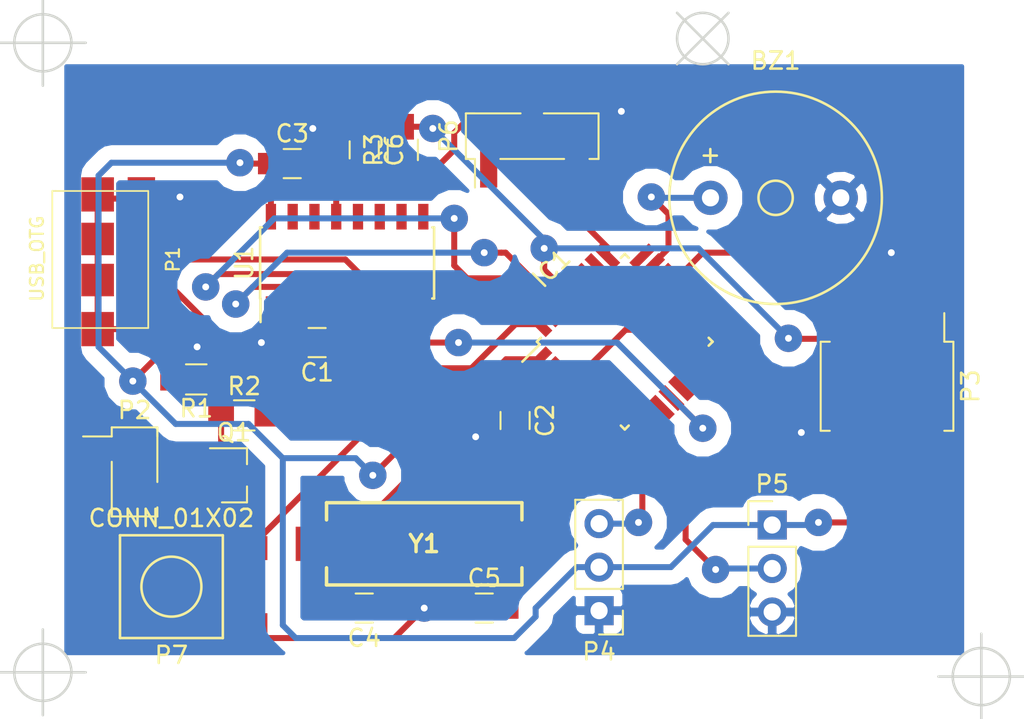
<source format=kicad_pcb>
(kicad_pcb (version 20160815) (host pcbnew "(2016-12-18 revision 3ffa37c)-master")

  (general
    (links 59)
    (no_connects 0)
    (area 0 0 0 0)
    (thickness 1.6)
    (drawings 4)
    (tracks 247)
    (zones 0)
    (modules 21)
    (nets 47)
  )

  (page USLetter)
  (layers
    (0 F.Cu signal)
    (31 B.Cu signal)
    (32 B.Adhes user)
    (33 F.Adhes user)
    (34 B.Paste user)
    (35 F.Paste user)
    (36 B.SilkS user)
    (37 F.SilkS user)
    (38 B.Mask user)
    (39 F.Mask user)
    (40 Dwgs.User user hide)
    (41 Cmts.User user)
    (42 Eco1.User user)
    (43 Eco2.User user hide)
    (44 Edge.Cuts user)
    (45 Margin user)
    (46 B.CrtYd user hide)
    (47 F.CrtYd user)
    (48 B.Fab user)
    (49 F.Fab user hide)
  )

  (setup
    (last_trace_width 0.35)
    (trace_clearance 0.3)
    (zone_clearance 0.85)
    (zone_45_only no)
    (trace_min 0.2)
    (segment_width 0.2)
    (edge_width 0.15)
    (via_size 1.6)
    (via_drill 0.4)
    (via_min_size 0.4)
    (via_min_drill 0.3)
    (uvia_size 0.3)
    (uvia_drill 0.1)
    (uvias_allowed no)
    (uvia_min_size 0.2)
    (uvia_min_drill 0.1)
    (pcb_text_width 0.3)
    (pcb_text_size 1.5 1.5)
    (mod_edge_width 0.15)
    (mod_text_size 1 1)
    (mod_text_width 0.15)
    (pad_size 1.524 1.524)
    (pad_drill 0.762)
    (pad_to_mask_clearance 0.2)
    (aux_axis_origin 0 0)
    (visible_elements FFFFFF7F)
    (pcbplotparams
      (layerselection 0x00030_ffffffff)
      (usegerberextensions false)
      (excludeedgelayer true)
      (linewidth 0.100000)
      (plotframeref false)
      (viasonmask false)
      (mode 1)
      (useauxorigin false)
      (hpglpennumber 1)
      (hpglpenspeed 20)
      (hpglpendiameter 15)
      (psnegative false)
      (psa4output false)
      (plotreference true)
      (plotvalue true)
      (plotinvisibletext false)
      (padsonsilk false)
      (subtractmaskfromsilk false)
      (outputformat 1)
      (mirror false)
      (drillshape 1)
      (scaleselection 1)
      (outputdirectory ""))
  )

  (net 0 "")
  (net 1 "Net-(P1-Pad6)")
  (net 2 +5V)
  (net 3 "Net-(P1-Pad2)")
  (net 4 "Net-(P1-Pad3)")
  (net 5 "Net-(P1-Pad4)")
  (net 6 GND)
  (net 7 "Net-(C4-Pad2)")
  (net 8 "Net-(C5-Pad2)")
  (net 9 "Net-(P2-Pad1)")
  (net 10 "Net-(P2-Pad2)")
  (net 11 "Net-(Q1-Pad1)")
  (net 12 ENABLE_RELAY)
  (net 13 RESET)
  (net 14 MOSI)
  (net 15 SCK)
  (net 16 MISO)
  (net 17 XMIT)
  (net 18 "Net-(IC1-Pad2)")
  (net 19 "Net-(IC1-Pad3)")
  (net 20 CLKOUT)
  (net 21 "Net-(IC1-Pad11)")
  (net 22 "Net-(IC1-Pad14)")
  (net 23 "Net-(C1-Pad1)")
  (net 24 "Net-(U1-Pad9)")
  (net 25 "Net-(U1-Pad10)")
  (net 26 "Net-(U1-Pad11)")
  (net 27 "Net-(U1-Pad12)")
  (net 28 "Net-(U1-Pad14)")
  (net 29 "Net-(U1-Pad15)")
  (net 30 "Net-(U1-Pad8)")
  (net 31 TEMP)
  (net 32 "Net-(IC1-Pad30)")
  (net 33 "Net-(IC1-Pad31)")
  (net 34 BUZZER)
  (net 35 "Net-(IC1-Pad28)")
  (net 36 "Net-(IC1-Pad27)")
  (net 37 "Net-(IC1-Pad26)")
  (net 38 LED)
  (net 39 "Net-(IC1-Pad22)")
  (net 40 "Net-(IC1-Pad20)")
  (net 41 "Net-(IC1-Pad19)")
  (net 42 "Net-(IC1-Pad13)")
  (net 43 "Net-(IC1-Pad6)")
  (net 44 "Net-(IC1-Pad24)")
  (net 45 SWITCH)
  (net 46 "Net-(C6-Pad2)")

  (net_class Default "This is the default net class."
    (clearance 0.3)
    (trace_width 0.35)
    (via_dia 1.6)
    (via_drill 0.4)
    (uvia_dia 0.3)
    (uvia_drill 0.1)
    (diff_pair_gap 0.25)
    (diff_pair_width 0.2)
    (add_net +5V)
    (add_net BUZZER)
    (add_net CLKOUT)
    (add_net ENABLE_RELAY)
    (add_net GND)
    (add_net LED)
    (add_net MISO)
    (add_net MOSI)
    (add_net "Net-(C1-Pad1)")
    (add_net "Net-(C4-Pad2)")
    (add_net "Net-(C5-Pad2)")
    (add_net "Net-(C6-Pad2)")
    (add_net "Net-(IC1-Pad11)")
    (add_net "Net-(IC1-Pad13)")
    (add_net "Net-(IC1-Pad14)")
    (add_net "Net-(IC1-Pad19)")
    (add_net "Net-(IC1-Pad2)")
    (add_net "Net-(IC1-Pad20)")
    (add_net "Net-(IC1-Pad22)")
    (add_net "Net-(IC1-Pad24)")
    (add_net "Net-(IC1-Pad26)")
    (add_net "Net-(IC1-Pad27)")
    (add_net "Net-(IC1-Pad28)")
    (add_net "Net-(IC1-Pad3)")
    (add_net "Net-(IC1-Pad30)")
    (add_net "Net-(IC1-Pad31)")
    (add_net "Net-(IC1-Pad6)")
    (add_net "Net-(P1-Pad2)")
    (add_net "Net-(P1-Pad3)")
    (add_net "Net-(P1-Pad4)")
    (add_net "Net-(P1-Pad6)")
    (add_net "Net-(P2-Pad1)")
    (add_net "Net-(P2-Pad2)")
    (add_net "Net-(Q1-Pad1)")
    (add_net "Net-(U1-Pad10)")
    (add_net "Net-(U1-Pad11)")
    (add_net "Net-(U1-Pad12)")
    (add_net "Net-(U1-Pad14)")
    (add_net "Net-(U1-Pad15)")
    (add_net "Net-(U1-Pad8)")
    (add_net "Net-(U1-Pad9)")
    (add_net RESET)
    (add_net SCK)
    (add_net SWITCH)
    (add_net TEMP)
    (add_net XMIT)
  )

  (module Capacitors_SMD:C_0805_HandSoldering (layer F.Cu) (tedit 58AA84A8) (tstamp 58D875FC)
    (at 116 44 270)
    (descr "Capacitor SMD 0805, hand soldering")
    (tags "capacitor 0805")
    (path /58D86FB6)
    (attr smd)
    (fp_text reference C6 (at 0 -1.75 270) (layer F.SilkS)
      (effects (font (size 1 1) (thickness 0.15)))
    )
    (fp_text value 0.1u (at 0 1.75 270) (layer F.Fab)
      (effects (font (size 1 1) (thickness 0.15)))
    )
    (fp_line (start 2.25 0.87) (end -2.25 0.87) (layer F.CrtYd) (width 0.05))
    (fp_line (start 2.25 0.87) (end 2.25 -0.88) (layer F.CrtYd) (width 0.05))
    (fp_line (start -2.25 -0.88) (end -2.25 0.87) (layer F.CrtYd) (width 0.05))
    (fp_line (start -2.25 -0.88) (end 2.25 -0.88) (layer F.CrtYd) (width 0.05))
    (fp_line (start -0.5 0.85) (end 0.5 0.85) (layer F.SilkS) (width 0.12))
    (fp_line (start 0.5 -0.85) (end -0.5 -0.85) (layer F.SilkS) (width 0.12))
    (fp_line (start -1 -0.62) (end 1 -0.62) (layer F.Fab) (width 0.1))
    (fp_line (start 1 -0.62) (end 1 0.62) (layer F.Fab) (width 0.1))
    (fp_line (start 1 0.62) (end -1 0.62) (layer F.Fab) (width 0.1))
    (fp_line (start -1 0.62) (end -1 -0.62) (layer F.Fab) (width 0.1))
    (fp_text user %R (at 0 -1.75 270) (layer F.Fab)
      (effects (font (size 1 1) (thickness 0.15)))
    )
    (pad 2 smd rect (at 1.25 0 270) (size 1.5 1.25) (layers F.Cu F.Paste F.Mask)
      (net 46 "Net-(C6-Pad2)"))
    (pad 1 smd rect (at -1.25 0 270) (size 1.5 1.25) (layers F.Cu F.Paste F.Mask)
      (net 13 RESET))
    (model Capacitors_SMD.3dshapes/C_0805.wrl
      (at (xyz 0 0 0))
      (scale (xyz 1 1 1))
      (rotate (xyz 0 0 0))
    )
  )

  (module Resistors_SMD:R_0805_HandSoldering (layer F.Cu) (tedit 58AADA1D) (tstamp 58D87356)
    (at 118.25 44 90)
    (descr "Resistor SMD 0805, hand soldering")
    (tags "resistor 0805")
    (path /58D873AE)
    (attr smd)
    (fp_text reference R3 (at 0 -1.7 90) (layer F.SilkS)
      (effects (font (size 1 1) (thickness 0.15)))
    )
    (fp_text value 10k (at 0 1.75 90) (layer F.Fab)
      (effects (font (size 1 1) (thickness 0.15)))
    )
    (fp_line (start 2.35 0.9) (end -2.35 0.9) (layer F.CrtYd) (width 0.05))
    (fp_line (start 2.35 0.9) (end 2.35 -0.9) (layer F.CrtYd) (width 0.05))
    (fp_line (start -2.35 -0.9) (end -2.35 0.9) (layer F.CrtYd) (width 0.05))
    (fp_line (start -2.35 -0.9) (end 2.35 -0.9) (layer F.CrtYd) (width 0.05))
    (fp_line (start -0.6 -0.88) (end 0.6 -0.88) (layer F.SilkS) (width 0.12))
    (fp_line (start 0.6 0.88) (end -0.6 0.88) (layer F.SilkS) (width 0.12))
    (fp_line (start -1 -0.62) (end 1 -0.62) (layer F.Fab) (width 0.1))
    (fp_line (start 1 -0.62) (end 1 0.62) (layer F.Fab) (width 0.1))
    (fp_line (start 1 0.62) (end -1 0.62) (layer F.Fab) (width 0.1))
    (fp_line (start -1 0.62) (end -1 -0.62) (layer F.Fab) (width 0.1))
    (fp_text user %R (at 0 -1.7 90) (layer F.Fab)
      (effects (font (size 1 1) (thickness 0.15)))
    )
    (pad 2 smd rect (at 1.35 0 90) (size 1.5 1.3) (layers F.Cu F.Paste F.Mask)
      (net 13 RESET))
    (pad 1 smd rect (at -1.35 0 90) (size 1.5 1.3) (layers F.Cu F.Paste F.Mask)
      (net 2 +5V))
    (model Resistors_SMD.3dshapes/R_0805.wrl
      (at (xyz 0 0 0))
      (scale (xyz 1 1 1))
      (rotate (xyz 0 0 0))
    )
  )

  (module ojousima/Switches_buttons.pretty:SWITCH_FSM_JSM_off-mom (layer F.Cu) (tedit 0) (tstamp 58CDE67E)
    (at 104.75 69.5 90)
    (path /58CE0B3A)
    (fp_text reference P7 (at -4 0 180) (layer F.SilkS)
      (effects (font (size 1 1) (thickness 0.15)))
    )
    (fp_text value CONN_01X02 (at 4 0 180) (layer F.SilkS)
      (effects (font (size 1 1) (thickness 0.15)))
    )
    (fp_line (start 2 5) (end 2.5 5) (layer Dwgs.User) (width 0.15))
    (fp_line (start 2.5 5) (end 2.5 3) (layer Dwgs.User) (width 0.15))
    (fp_line (start -2 5) (end -2.5 5) (layer Dwgs.User) (width 0.15))
    (fp_line (start -2.5 5) (end -2.5 3) (layer Dwgs.User) (width 0.15))
    (fp_line (start -2 -5) (end -2.5 -5) (layer Dwgs.User) (width 0.15))
    (fp_line (start -2.5 -5) (end -2.5 -3) (layer Dwgs.User) (width 0.15))
    (fp_line (start 2 -5) (end 2.5 -5) (layer Dwgs.User) (width 0.15))
    (fp_line (start 2.5 -5) (end 2.5 -3) (layer Dwgs.User) (width 0.15))
    (fp_line (start -2 3) (end -2 5) (layer Dwgs.User) (width 0.15))
    (fp_line (start 2 3) (end 2 5) (layer Dwgs.User) (width 0.15))
    (fp_line (start 2 -3) (end 2 -5) (layer Dwgs.User) (width 0.15))
    (fp_line (start -2 -5) (end -2 -3) (layer Dwgs.User) (width 0.15))
    (fp_circle (center 0 0) (end 1.75 0) (layer F.SilkS) (width 0.15))
    (fp_line (start 3 3) (end -3 3) (layer F.SilkS) (width 0.15))
    (fp_line (start -3 3) (end -3 -3) (layer F.SilkS) (width 0.15))
    (fp_line (start -3 -3) (end 3 -3) (layer F.SilkS) (width 0.15))
    (fp_line (start 3 -3) (end 3 3) (layer F.SilkS) (width 0.15))
    (pad 1 smd rect (at 2.25 -4.55 90) (size 1.4 2.1) (layers F.Cu F.Paste F.Mask)
      (net 45 SWITCH))
    (pad 1 smd rect (at 2.25 4.55 90) (size 1.4 2.1) (layers F.Cu F.Paste F.Mask)
      (net 45 SWITCH))
    (pad 2 smd rect (at -2.25 -4.55 90) (size 1.4 2.1) (layers F.Cu F.Paste F.Mask)
      (net 6 GND))
    (pad 2 smd rect (at -2.25 4.55 90) (size 1.4 2.1) (layers F.Cu F.Paste F.Mask)
      (net 6 GND))
  )

  (module KiCad/Pin_Headers.pretty:Pin_Header_Straight_1x03_Pitch2.54mm_SMD_Pin1Left (layer F.Cu) (tedit 588DAF27) (tstamp 58CDC9F0)
    (at 125.8 43.2 90)
    (descr "surface-mounted straight pin header, 1x03, 2.54mm pitch, single row, style 1 (pin 1 left)")
    (tags "Surface mounted pin header SMD 1x03 2.54mm single row style1 pin1 left")
    (path /58CDF8CC)
    (attr smd)
    (fp_text reference P6 (at 0 -4.87 90) (layer F.SilkS)
      (effects (font (size 1 1) (thickness 0.15)))
    )
    (fp_text value CONN_01X03 (at 0 4.87 90) (layer F.Fab)
      (effects (font (size 1 1) (thickness 0.15)))
    )
    (fp_line (start -1.27 -3.81) (end -1.27 3.81) (layer F.Fab) (width 0.1))
    (fp_line (start -1.27 3.81) (end 1.27 3.81) (layer F.Fab) (width 0.1))
    (fp_line (start 1.27 3.81) (end 1.27 -3.81) (layer F.Fab) (width 0.1))
    (fp_line (start 1.27 -3.81) (end -1.27 -3.81) (layer F.Fab) (width 0.1))
    (fp_line (start -1.27 -2.86) (end -1.27 -2.22) (layer F.Fab) (width 0.1))
    (fp_line (start -1.27 -2.22) (end -2.65 -2.22) (layer F.Fab) (width 0.1))
    (fp_line (start -2.65 -2.22) (end -2.65 -2.86) (layer F.Fab) (width 0.1))
    (fp_line (start -2.65 -2.86) (end -1.27 -2.86) (layer F.Fab) (width 0.1))
    (fp_line (start -1.27 2.22) (end -1.27 2.86) (layer F.Fab) (width 0.1))
    (fp_line (start -1.27 2.86) (end -2.65 2.86) (layer F.Fab) (width 0.1))
    (fp_line (start -2.65 2.86) (end -2.65 2.22) (layer F.Fab) (width 0.1))
    (fp_line (start -2.65 2.22) (end -1.27 2.22) (layer F.Fab) (width 0.1))
    (fp_line (start 1.27 -0.32) (end 1.27 0.32) (layer F.Fab) (width 0.1))
    (fp_line (start 1.27 0.32) (end 2.65 0.32) (layer F.Fab) (width 0.1))
    (fp_line (start 2.65 0.32) (end 2.65 -0.32) (layer F.Fab) (width 0.1))
    (fp_line (start 2.65 -0.32) (end 1.27 -0.32) (layer F.Fab) (width 0.1))
    (fp_line (start -1.33 -3.34) (end -1.33 -3.87) (layer F.SilkS) (width 0.12))
    (fp_line (start -1.33 -3.87) (end 1.33 -3.87) (layer F.SilkS) (width 0.12))
    (fp_line (start 1.33 -3.87) (end 1.33 -3.34) (layer F.SilkS) (width 0.12))
    (fp_line (start -1.33 3.34) (end -1.33 3.87) (layer F.SilkS) (width 0.12))
    (fp_line (start -1.33 3.87) (end 1.33 3.87) (layer F.SilkS) (width 0.12))
    (fp_line (start 1.33 3.87) (end 1.33 3.34) (layer F.SilkS) (width 0.12))
    (fp_line (start 1.33 -3.87) (end 1.33 -0.68) (layer F.SilkS) (width 0.12))
    (fp_line (start -1.33 -3.34) (end -3 -3.34) (layer F.SilkS) (width 0.12))
    (fp_line (start 1.33 0.68) (end 1.33 3.87) (layer F.SilkS) (width 0.12))
    (fp_line (start -1.33 -1.86) (end -1.33 1.86) (layer F.SilkS) (width 0.12))
    (fp_line (start -3.25 -4.1) (end -3.25 4.1) (layer F.CrtYd) (width 0.05))
    (fp_line (start -3.25 4.1) (end 3.25 4.1) (layer F.CrtYd) (width 0.05))
    (fp_line (start 3.25 4.1) (end 3.25 -4.1) (layer F.CrtYd) (width 0.05))
    (fp_line (start 3.25 -4.1) (end -3.25 -4.1) (layer F.CrtYd) (width 0.05))
    (pad 1 smd rect (at -1.5 -2.54 90) (size 3 1) (layers F.Cu F.Mask)
      (net 6 GND))
    (pad 3 smd rect (at -1.5 2.54 90) (size 3 1) (layers F.Cu F.Mask)
      (net 38 LED))
    (pad 2 smd rect (at 1.5 0 90) (size 3 1) (layers F.Cu F.Mask)
      (net 2 +5V))
    (model Pin_Headers.3dshapes/Pin_Header_Straight_1x03_Pitch2.54mm_SMD_Pin1Left.wrl
      (at (xyz 0 0 0))
      (scale (xyz 1 1 1))
      (rotate (xyz 0 0 0))
    )
  )

  (module Capacitors_SMD:C_0805_HandSoldering (layer F.Cu) (tedit 58AA84A8) (tstamp 58CDC7DF)
    (at 123 70.75)
    (descr "Capacitor SMD 0805, hand soldering")
    (tags "capacitor 0805")
    (path /58C6042F)
    (attr smd)
    (fp_text reference C5 (at 0 -1.75) (layer F.SilkS)
      (effects (font (size 1 1) (thickness 0.15)))
    )
    (fp_text value 22p (at 0 1.75) (layer F.Fab)
      (effects (font (size 1 1) (thickness 0.15)))
    )
    (fp_line (start 2.25 0.87) (end -2.25 0.87) (layer F.CrtYd) (width 0.05))
    (fp_line (start 2.25 0.87) (end 2.25 -0.88) (layer F.CrtYd) (width 0.05))
    (fp_line (start -2.25 -0.88) (end -2.25 0.87) (layer F.CrtYd) (width 0.05))
    (fp_line (start -2.25 -0.88) (end 2.25 -0.88) (layer F.CrtYd) (width 0.05))
    (fp_line (start -0.5 0.85) (end 0.5 0.85) (layer F.SilkS) (width 0.12))
    (fp_line (start 0.5 -0.85) (end -0.5 -0.85) (layer F.SilkS) (width 0.12))
    (fp_line (start -1 -0.62) (end 1 -0.62) (layer F.Fab) (width 0.1))
    (fp_line (start 1 -0.62) (end 1 0.62) (layer F.Fab) (width 0.1))
    (fp_line (start 1 0.62) (end -1 0.62) (layer F.Fab) (width 0.1))
    (fp_line (start -1 0.62) (end -1 -0.62) (layer F.Fab) (width 0.1))
    (fp_text user %R (at 0 -1.75) (layer F.Fab)
      (effects (font (size 1 1) (thickness 0.15)))
    )
    (pad 2 smd rect (at 1.25 0) (size 1.5 1.25) (layers F.Cu F.Paste F.Mask)
      (net 8 "Net-(C5-Pad2)"))
    (pad 1 smd rect (at -1.25 0) (size 1.5 1.25) (layers F.Cu F.Paste F.Mask)
      (net 6 GND))
    (model Capacitors_SMD.3dshapes/C_0805.wrl
      (at (xyz 0 0 0))
      (scale (xyz 1 1 1))
      (rotate (xyz 0 0 0))
    )
  )

  (module Capacitors_SMD:C_0805_HandSoldering (layer F.Cu) (tedit 58AA84A8) (tstamp 58CDC7CF)
    (at 116 70.75 180)
    (descr "Capacitor SMD 0805, hand soldering")
    (tags "capacitor 0805")
    (path /58C603EA)
    (attr smd)
    (fp_text reference C4 (at 0 -1.75 180) (layer F.SilkS)
      (effects (font (size 1 1) (thickness 0.15)))
    )
    (fp_text value 22p (at 0 1.75 180) (layer F.Fab)
      (effects (font (size 1 1) (thickness 0.15)))
    )
    (fp_text user %R (at 0 -1.75 180) (layer F.Fab)
      (effects (font (size 1 1) (thickness 0.15)))
    )
    (fp_line (start -1 0.62) (end -1 -0.62) (layer F.Fab) (width 0.1))
    (fp_line (start 1 0.62) (end -1 0.62) (layer F.Fab) (width 0.1))
    (fp_line (start 1 -0.62) (end 1 0.62) (layer F.Fab) (width 0.1))
    (fp_line (start -1 -0.62) (end 1 -0.62) (layer F.Fab) (width 0.1))
    (fp_line (start 0.5 -0.85) (end -0.5 -0.85) (layer F.SilkS) (width 0.12))
    (fp_line (start -0.5 0.85) (end 0.5 0.85) (layer F.SilkS) (width 0.12))
    (fp_line (start -2.25 -0.88) (end 2.25 -0.88) (layer F.CrtYd) (width 0.05))
    (fp_line (start -2.25 -0.88) (end -2.25 0.87) (layer F.CrtYd) (width 0.05))
    (fp_line (start 2.25 0.87) (end 2.25 -0.88) (layer F.CrtYd) (width 0.05))
    (fp_line (start 2.25 0.87) (end -2.25 0.87) (layer F.CrtYd) (width 0.05))
    (pad 1 smd rect (at -1.25 0 180) (size 1.5 1.25) (layers F.Cu F.Paste F.Mask)
      (net 6 GND))
    (pad 2 smd rect (at 1.25 0 180) (size 1.5 1.25) (layers F.Cu F.Paste F.Mask)
      (net 7 "Net-(C4-Pad2)"))
    (model Capacitors_SMD.3dshapes/C_0805.wrl
      (at (xyz 0 0 0))
      (scale (xyz 1 1 1))
      (rotate (xyz 0 0 0))
    )
  )

  (module Capacitors_SMD:C_0805_HandSoldering (layer F.Cu) (tedit 58AA84A8) (tstamp 58CDC7BF)
    (at 111.8 44.8)
    (descr "Capacitor SMD 0805, hand soldering")
    (tags "capacitor 0805")
    (path /58C60DFB)
    (attr smd)
    (fp_text reference C3 (at 0 -1.75) (layer F.SilkS)
      (effects (font (size 1 1) (thickness 0.15)))
    )
    (fp_text value 0.1u (at 0 1.75) (layer F.Fab)
      (effects (font (size 1 1) (thickness 0.15)))
    )
    (fp_line (start 2.25 0.87) (end -2.25 0.87) (layer F.CrtYd) (width 0.05))
    (fp_line (start 2.25 0.87) (end 2.25 -0.88) (layer F.CrtYd) (width 0.05))
    (fp_line (start -2.25 -0.88) (end -2.25 0.87) (layer F.CrtYd) (width 0.05))
    (fp_line (start -2.25 -0.88) (end 2.25 -0.88) (layer F.CrtYd) (width 0.05))
    (fp_line (start -0.5 0.85) (end 0.5 0.85) (layer F.SilkS) (width 0.12))
    (fp_line (start 0.5 -0.85) (end -0.5 -0.85) (layer F.SilkS) (width 0.12))
    (fp_line (start -1 -0.62) (end 1 -0.62) (layer F.Fab) (width 0.1))
    (fp_line (start 1 -0.62) (end 1 0.62) (layer F.Fab) (width 0.1))
    (fp_line (start 1 0.62) (end -1 0.62) (layer F.Fab) (width 0.1))
    (fp_line (start -1 0.62) (end -1 -0.62) (layer F.Fab) (width 0.1))
    (fp_text user %R (at 0 -1.75) (layer F.Fab)
      (effects (font (size 1 1) (thickness 0.15)))
    )
    (pad 2 smd rect (at 1.25 0) (size 1.5 1.25) (layers F.Cu F.Paste F.Mask)
      (net 6 GND))
    (pad 1 smd rect (at -1.25 0) (size 1.5 1.25) (layers F.Cu F.Paste F.Mask)
      (net 2 +5V))
    (model Capacitors_SMD.3dshapes/C_0805.wrl
      (at (xyz 0 0 0))
      (scale (xyz 1 1 1))
      (rotate (xyz 0 0 0))
    )
  )

  (module Capacitors_SMD:C_0805_HandSoldering (layer F.Cu) (tedit 58AA84A8) (tstamp 58CDC7AF)
    (at 124.8 59.8 270)
    (descr "Capacitor SMD 0805, hand soldering")
    (tags "capacitor 0805")
    (path /58C615C5)
    (attr smd)
    (fp_text reference C2 (at 0 -1.75 270) (layer F.SilkS)
      (effects (font (size 1 1) (thickness 0.15)))
    )
    (fp_text value 0.1u (at 0 1.75 270) (layer F.Fab)
      (effects (font (size 1 1) (thickness 0.15)))
    )
    (fp_text user %R (at 0 -1.75 270) (layer F.Fab)
      (effects (font (size 1 1) (thickness 0.15)))
    )
    (fp_line (start -1 0.62) (end -1 -0.62) (layer F.Fab) (width 0.1))
    (fp_line (start 1 0.62) (end -1 0.62) (layer F.Fab) (width 0.1))
    (fp_line (start 1 -0.62) (end 1 0.62) (layer F.Fab) (width 0.1))
    (fp_line (start -1 -0.62) (end 1 -0.62) (layer F.Fab) (width 0.1))
    (fp_line (start 0.5 -0.85) (end -0.5 -0.85) (layer F.SilkS) (width 0.12))
    (fp_line (start -0.5 0.85) (end 0.5 0.85) (layer F.SilkS) (width 0.12))
    (fp_line (start -2.25 -0.88) (end 2.25 -0.88) (layer F.CrtYd) (width 0.05))
    (fp_line (start -2.25 -0.88) (end -2.25 0.87) (layer F.CrtYd) (width 0.05))
    (fp_line (start 2.25 0.87) (end 2.25 -0.88) (layer F.CrtYd) (width 0.05))
    (fp_line (start 2.25 0.87) (end -2.25 0.87) (layer F.CrtYd) (width 0.05))
    (pad 1 smd rect (at -1.25 0 270) (size 1.5 1.25) (layers F.Cu F.Paste F.Mask)
      (net 2 +5V))
    (pad 2 smd rect (at 1.25 0 270) (size 1.5 1.25) (layers F.Cu F.Paste F.Mask)
      (net 6 GND))
    (model Capacitors_SMD.3dshapes/C_0805.wrl
      (at (xyz 0 0 0))
      (scale (xyz 1 1 1))
      (rotate (xyz 0 0 0))
    )
  )

  (module Capacitors_SMD:C_0805_HandSoldering (layer F.Cu) (tedit 58AA84A8) (tstamp 58CDC79F)
    (at 113.25 55.25 180)
    (descr "Capacitor SMD 0805, hand soldering")
    (tags "capacitor 0805")
    (path /58C61829)
    (attr smd)
    (fp_text reference C1 (at 0 -1.75 180) (layer F.SilkS)
      (effects (font (size 1 1) (thickness 0.15)))
    )
    (fp_text value 0.1u (at 0 1.75 180) (layer F.Fab)
      (effects (font (size 1 1) (thickness 0.15)))
    )
    (fp_line (start 2.25 0.87) (end -2.25 0.87) (layer F.CrtYd) (width 0.05))
    (fp_line (start 2.25 0.87) (end 2.25 -0.88) (layer F.CrtYd) (width 0.05))
    (fp_line (start -2.25 -0.88) (end -2.25 0.87) (layer F.CrtYd) (width 0.05))
    (fp_line (start -2.25 -0.88) (end 2.25 -0.88) (layer F.CrtYd) (width 0.05))
    (fp_line (start -0.5 0.85) (end 0.5 0.85) (layer F.SilkS) (width 0.12))
    (fp_line (start 0.5 -0.85) (end -0.5 -0.85) (layer F.SilkS) (width 0.12))
    (fp_line (start -1 -0.62) (end 1 -0.62) (layer F.Fab) (width 0.1))
    (fp_line (start 1 -0.62) (end 1 0.62) (layer F.Fab) (width 0.1))
    (fp_line (start 1 0.62) (end -1 0.62) (layer F.Fab) (width 0.1))
    (fp_line (start -1 0.62) (end -1 -0.62) (layer F.Fab) (width 0.1))
    (fp_text user %R (at 0 -1.75 180) (layer F.Fab)
      (effects (font (size 1 1) (thickness 0.15)))
    )
    (pad 2 smd rect (at 1.25 0 180) (size 1.5 1.25) (layers F.Cu F.Paste F.Mask)
      (net 6 GND))
    (pad 1 smd rect (at -1.25 0 180) (size 1.5 1.25) (layers F.Cu F.Paste F.Mask)
      (net 23 "Net-(C1-Pad1)"))
    (model Capacitors_SMD.3dshapes/C_0805.wrl
      (at (xyz 0 0 0))
      (scale (xyz 1 1 1))
      (rotate (xyz 0 0 0))
    )
  )

  (module Housings_QFP:TQFP-32_7x7mm_Pitch0.8mm (layer F.Cu) (tedit 58CC9A48) (tstamp 58CDC753)
    (at 131.2 55.2 45)
    (descr "32-Lead Plastic Thin Quad Flatpack (PT) - 7x7x1.0 mm Body, 2.00 mm [TQFP] (see Microchip Packaging Specification 00000049BS.pdf)")
    (tags "QFP 0.8")
    (path /58CDD0D4)
    (attr smd)
    (fp_text reference IC1 (at 0 -6.05 45) (layer F.SilkS)
      (effects (font (size 1 1) (thickness 0.15)))
    )
    (fp_text value ATMEGA328PB-A (at 0 6.05 45) (layer F.Fab)
      (effects (font (size 1 1) (thickness 0.15)))
    )
    (fp_line (start -3.625 -3.4) (end -5.05 -3.4) (layer F.SilkS) (width 0.15))
    (fp_line (start 3.625 -3.625) (end 3.3 -3.625) (layer F.SilkS) (width 0.15))
    (fp_line (start 3.625 3.625) (end 3.3 3.625) (layer F.SilkS) (width 0.15))
    (fp_line (start -3.625 3.625) (end -3.3 3.625) (layer F.SilkS) (width 0.15))
    (fp_line (start -3.625 -3.625) (end -3.3 -3.625) (layer F.SilkS) (width 0.15))
    (fp_line (start -3.625 3.625) (end -3.625 3.3) (layer F.SilkS) (width 0.15))
    (fp_line (start 3.625 3.625) (end 3.625 3.3) (layer F.SilkS) (width 0.15))
    (fp_line (start 3.625 -3.625) (end 3.625 -3.3) (layer F.SilkS) (width 0.15))
    (fp_line (start -3.625 -3.625) (end -3.625 -3.4) (layer F.SilkS) (width 0.15))
    (fp_line (start -5.3 5.3) (end 5.3 5.3) (layer F.CrtYd) (width 0.05))
    (fp_line (start -5.3 -5.3) (end 5.3 -5.3) (layer F.CrtYd) (width 0.05))
    (fp_line (start 5.3 -5.3) (end 5.3 5.3) (layer F.CrtYd) (width 0.05))
    (fp_line (start -5.3 -5.3) (end -5.3 5.3) (layer F.CrtYd) (width 0.05))
    (fp_line (start -3.5 -2.5) (end -2.5 -3.5) (layer F.Fab) (width 0.15))
    (fp_line (start -3.5 3.5) (end -3.5 -2.5) (layer F.Fab) (width 0.15))
    (fp_line (start 3.5 3.5) (end -3.5 3.5) (layer F.Fab) (width 0.15))
    (fp_line (start 3.5 -3.5) (end 3.5 3.5) (layer F.Fab) (width 0.15))
    (fp_line (start -2.5 -3.5) (end 3.5 -3.5) (layer F.Fab) (width 0.15))
    (fp_text user %R (at 0 0 45) (layer F.Fab)
      (effects (font (size 1 1) (thickness 0.15)))
    )
    (pad 32 smd rect (at -2.8 -4.25 135) (size 1.6 0.55) (layers F.Cu F.Paste F.Mask)
      (net 12 ENABLE_RELAY))
    (pad 31 smd rect (at -2 -4.25 135) (size 1.6 0.55) (layers F.Cu F.Paste F.Mask)
      (net 33 "Net-(IC1-Pad31)"))
    (pad 30 smd rect (at -1.2 -4.25 135) (size 1.6 0.55) (layers F.Cu F.Paste F.Mask)
      (net 32 "Net-(IC1-Pad30)"))
    (pad 29 smd rect (at -0.4 -4.25 135) (size 1.6 0.55) (layers F.Cu F.Paste F.Mask)
      (net 13 RESET))
    (pad 28 smd rect (at 0.4 -4.25 135) (size 1.6 0.55) (layers F.Cu F.Paste F.Mask)
      (net 35 "Net-(IC1-Pad28)"))
    (pad 27 smd rect (at 1.2 -4.25 135) (size 1.6 0.55) (layers F.Cu F.Paste F.Mask)
      (net 36 "Net-(IC1-Pad27)"))
    (pad 26 smd rect (at 2 -4.25 135) (size 1.6 0.55) (layers F.Cu F.Paste F.Mask)
      (net 37 "Net-(IC1-Pad26)"))
    (pad 25 smd rect (at 2.8 -4.25 135) (size 1.6 0.55) (layers F.Cu F.Paste F.Mask)
      (net 38 LED))
    (pad 24 smd rect (at 4.25 -2.8 45) (size 1.6 0.55) (layers F.Cu F.Paste F.Mask)
      (net 44 "Net-(IC1-Pad24)"))
    (pad 23 smd rect (at 4.25 -2 45) (size 1.6 0.55) (layers F.Cu F.Paste F.Mask)
      (net 34 BUZZER))
    (pad 22 smd rect (at 4.25 -1.2 45) (size 1.6 0.55) (layers F.Cu F.Paste F.Mask)
      (net 39 "Net-(IC1-Pad22)"))
    (pad 21 smd rect (at 4.25 -0.4 45) (size 1.6 0.55) (layers F.Cu F.Paste F.Mask)
      (net 6 GND))
    (pad 20 smd rect (at 4.25 0.4 45) (size 1.6 0.55) (layers F.Cu F.Paste F.Mask)
      (net 40 "Net-(IC1-Pad20)"))
    (pad 19 smd rect (at 4.25 1.2 45) (size 1.6 0.55) (layers F.Cu F.Paste F.Mask)
      (net 41 "Net-(IC1-Pad19)"))
    (pad 18 smd rect (at 4.25 2 45) (size 1.6 0.55) (layers F.Cu F.Paste F.Mask)
      (net 2 +5V))
    (pad 17 smd rect (at 4.25 2.8 45) (size 1.6 0.55) (layers F.Cu F.Paste F.Mask)
      (net 15 SCK))
    (pad 16 smd rect (at 2.8 4.25 135) (size 1.6 0.55) (layers F.Cu F.Paste F.Mask)
      (net 16 MISO))
    (pad 15 smd rect (at 2 4.25 135) (size 1.6 0.55) (layers F.Cu F.Paste F.Mask)
      (net 14 MOSI))
    (pad 14 smd rect (at 1.2 4.25 135) (size 1.6 0.55) (layers F.Cu F.Paste F.Mask)
      (net 22 "Net-(IC1-Pad14)"))
    (pad 13 smd rect (at 0.4 4.25 135) (size 1.6 0.55) (layers F.Cu F.Paste F.Mask)
      (net 42 "Net-(IC1-Pad13)"))
    (pad 12 smd rect (at -0.4 4.25 135) (size 1.6 0.55) (layers F.Cu F.Paste F.Mask)
      (net 20 CLKOUT))
    (pad 11 smd rect (at -1.2 4.25 135) (size 1.6 0.55) (layers F.Cu F.Paste F.Mask)
      (net 21 "Net-(IC1-Pad11)"))
    (pad 10 smd rect (at -2 4.25 135) (size 1.6 0.55) (layers F.Cu F.Paste F.Mask)
      (net 31 TEMP))
    (pad 9 smd rect (at -2.8 4.25 135) (size 1.6 0.55) (layers F.Cu F.Paste F.Mask)
      (net 17 XMIT))
    (pad 8 smd rect (at -4.25 2.8 45) (size 1.6 0.55) (layers F.Cu F.Paste F.Mask)
      (net 8 "Net-(C5-Pad2)"))
    (pad 7 smd rect (at -4.25 2 45) (size 1.6 0.55) (layers F.Cu F.Paste F.Mask)
      (net 7 "Net-(C4-Pad2)"))
    (pad 6 smd rect (at -4.25 1.2 45) (size 1.6 0.55) (layers F.Cu F.Paste F.Mask)
      (net 43 "Net-(IC1-Pad6)"))
    (pad 5 smd rect (at -4.25 0.4 45) (size 1.6 0.55) (layers F.Cu F.Paste F.Mask)
      (net 6 GND))
    (pad 4 smd rect (at -4.25 -0.4 45) (size 1.6 0.55) (layers F.Cu F.Paste F.Mask)
      (net 2 +5V))
    (pad 3 smd rect (at -4.25 -1.2 45) (size 1.6 0.55) (layers F.Cu F.Paste F.Mask)
      (net 19 "Net-(IC1-Pad3)"))
    (pad 2 smd rect (at -4.25 -2 45) (size 1.6 0.55) (layers F.Cu F.Paste F.Mask)
      (net 18 "Net-(IC1-Pad2)"))
    (pad 1 smd rect (at -4.25 -2.8 45) (size 1.6 0.55) (layers F.Cu F.Paste F.Mask)
      (net 45 SWITCH))
    (model Housings_QFP.3dshapes/TQFP-32_7x7mm_Pitch0.8mm.wrl
      (at (xyz 0 0 0))
      (scale (xyz 1 1 1))
      (rotate (xyz 0 0 0))
    )
  )

  (module KiCad/Buzzers_Beepers.pretty:Buzzer_12x9.5RM7.6 (layer F.Cu) (tedit 544E361A) (tstamp 58CDC725)
    (at 140 46.8)
    (descr "Generic Buzzer, D12mm height 9.5mm with RM7.6mm")
    (tags buzzer)
    (path /58CDC75E)
    (fp_text reference BZ1 (at 0 -8.001) (layer F.SilkS)
      (effects (font (size 1 1) (thickness 0.15)))
    )
    (fp_text value Buzzer (at -1.00076 8.001) (layer F.Fab)
      (effects (font (size 1 1) (thickness 0.15)))
    )
    (fp_circle (center 0 0) (end 1.00076 0) (layer F.SilkS) (width 0.15))
    (fp_text user + (at -3.81 -2.54) (layer F.SilkS)
      (effects (font (size 1 1) (thickness 0.15)))
    )
    (fp_circle (center 0 0) (end 6.20014 0) (layer F.SilkS) (width 0.15))
    (pad 1 thru_hole circle (at -3.79984 0) (size 2 2) (drill 1.00076) (layers *.Cu *.Mask)
      (net 34 BUZZER))
    (pad 2 thru_hole circle (at 3.79984 0) (size 2 2) (drill 1.00076) (layers *.Cu *.Mask)
      (net 6 GND))
    (model Buzzers_Beepers.3dshapes/Buzzer_12x9.5RM7.6.wrl
      (at (xyz 0 0 0))
      (scale (xyz 4 4 4))
      (rotate (xyz 0 0 0))
    )
  )

  (module KiCad/Housings_SOIC.pretty:SOIC-16_3.9x9.9mm_Pitch1.27mm (layer F.Cu) (tedit 574D979F) (tstamp 58CDC6F9)
    (at 115 50.6 90)
    (descr "16-Lead Plastic Small Outline (SL) - Narrow, 3.90 mm Body [SOIC] (see Microchip Packaging Specification 00000049BS.pdf)")
    (tags "SOIC 1.27")
    (path /58C604E1)
    (attr smd)
    (fp_text reference U1 (at 0 -6 90) (layer F.SilkS)
      (effects (font (size 1 1) (thickness 0.15)))
    )
    (fp_text value CH340G (at 0 6 90) (layer F.Fab)
      (effects (font (size 1 1) (thickness 0.15)))
    )
    (fp_line (start -0.95 -4.95) (end 1.95 -4.95) (layer F.Fab) (width 0.15))
    (fp_line (start 1.95 -4.95) (end 1.95 4.95) (layer F.Fab) (width 0.15))
    (fp_line (start 1.95 4.95) (end -1.95 4.95) (layer F.Fab) (width 0.15))
    (fp_line (start -1.95 4.95) (end -1.95 -3.95) (layer F.Fab) (width 0.15))
    (fp_line (start -1.95 -3.95) (end -0.95 -4.95) (layer F.Fab) (width 0.15))
    (fp_line (start -3.7 -5.25) (end -3.7 5.25) (layer F.CrtYd) (width 0.05))
    (fp_line (start 3.7 -5.25) (end 3.7 5.25) (layer F.CrtYd) (width 0.05))
    (fp_line (start -3.7 -5.25) (end 3.7 -5.25) (layer F.CrtYd) (width 0.05))
    (fp_line (start -3.7 5.25) (end 3.7 5.25) (layer F.CrtYd) (width 0.05))
    (fp_line (start -2.075 -5.075) (end -2.075 -5.05) (layer F.SilkS) (width 0.15))
    (fp_line (start 2.075 -5.075) (end 2.075 -4.97) (layer F.SilkS) (width 0.15))
    (fp_line (start 2.075 5.075) (end 2.075 4.97) (layer F.SilkS) (width 0.15))
    (fp_line (start -2.075 5.075) (end -2.075 4.97) (layer F.SilkS) (width 0.15))
    (fp_line (start -2.075 -5.075) (end 2.075 -5.075) (layer F.SilkS) (width 0.15))
    (fp_line (start -2.075 5.075) (end 2.075 5.075) (layer F.SilkS) (width 0.15))
    (fp_line (start -2.075 -5.05) (end -3.45 -5.05) (layer F.SilkS) (width 0.15))
    (pad 1 smd rect (at -2.7 -4.445 90) (size 1.5 0.6) (layers F.Cu F.Paste F.Mask)
      (net 6 GND))
    (pad 2 smd rect (at -2.7 -3.175 90) (size 1.5 0.6) (layers F.Cu F.Paste F.Mask)
      (net 32 "Net-(IC1-Pad30)"))
    (pad 3 smd rect (at -2.7 -1.905 90) (size 1.5 0.6) (layers F.Cu F.Paste F.Mask)
      (net 33 "Net-(IC1-Pad31)"))
    (pad 4 smd rect (at -2.7 -0.635 90) (size 1.5 0.6) (layers F.Cu F.Paste F.Mask)
      (net 23 "Net-(C1-Pad1)"))
    (pad 5 smd rect (at -2.7 0.635 90) (size 1.5 0.6) (layers F.Cu F.Paste F.Mask)
      (net 4 "Net-(P1-Pad3)"))
    (pad 6 smd rect (at -2.7 1.905 90) (size 1.5 0.6) (layers F.Cu F.Paste F.Mask)
      (net 3 "Net-(P1-Pad2)"))
    (pad 7 smd rect (at -2.7 3.175 90) (size 1.5 0.6) (layers F.Cu F.Paste F.Mask)
      (net 20 CLKOUT))
    (pad 8 smd rect (at -2.7 4.445 90) (size 1.5 0.6) (layers F.Cu F.Paste F.Mask)
      (net 30 "Net-(U1-Pad8)"))
    (pad 9 smd rect (at 2.7 4.445 90) (size 1.5 0.6) (layers F.Cu F.Paste F.Mask)
      (net 24 "Net-(U1-Pad9)"))
    (pad 10 smd rect (at 2.7 3.175 90) (size 1.5 0.6) (layers F.Cu F.Paste F.Mask)
      (net 25 "Net-(U1-Pad10)"))
    (pad 11 smd rect (at 2.7 1.905 90) (size 1.5 0.6) (layers F.Cu F.Paste F.Mask)
      (net 26 "Net-(U1-Pad11)"))
    (pad 12 smd rect (at 2.7 0.635 90) (size 1.5 0.6) (layers F.Cu F.Paste F.Mask)
      (net 27 "Net-(U1-Pad12)"))
    (pad 13 smd rect (at 2.7 -0.635 90) (size 1.5 0.6) (layers F.Cu F.Paste F.Mask)
      (net 46 "Net-(C6-Pad2)"))
    (pad 14 smd rect (at 2.7 -1.905 90) (size 1.5 0.6) (layers F.Cu F.Paste F.Mask)
      (net 28 "Net-(U1-Pad14)"))
    (pad 15 smd rect (at 2.7 -3.175 90) (size 1.5 0.6) (layers F.Cu F.Paste F.Mask)
      (net 29 "Net-(U1-Pad15)"))
    (pad 16 smd rect (at 2.7 -4.445 90) (size 1.5 0.6) (layers F.Cu F.Paste F.Mask)
      (net 2 +5V))
    (model Housings_SOIC.3dshapes/SOIC-16_3.9x9.9mm_Pitch1.27mm.wrl
      (at (xyz 0 0 0))
      (scale (xyz 1 1 1))
      (rotate (xyz 0 0 0))
    )
  )

  (module KiCad/Pin_Headers.pretty:Pin_Header_Straight_1x02_Pitch2.54mm_SMD_Pin1Left (layer F.Cu) (tedit 588DAF27) (tstamp 58CDC6CE)
    (at 102.6 62.8)
    (descr "surface-mounted straight pin header, 1x02, 2.54mm pitch, single row, style 1 (pin 1 left)")
    (tags "Surface mounted pin header SMD 1x02 2.54mm single row style1 pin1 left")
    (path /58C6138B)
    (attr smd)
    (fp_text reference P2 (at 0 -3.6) (layer F.SilkS)
      (effects (font (size 1 1) (thickness 0.15)))
    )
    (fp_text value CONN_01X02 (at 0 3.6) (layer F.Fab)
      (effects (font (size 1 1) (thickness 0.15)))
    )
    (fp_line (start -1.27 -2.54) (end -1.27 2.54) (layer F.Fab) (width 0.1))
    (fp_line (start -1.27 2.54) (end 1.27 2.54) (layer F.Fab) (width 0.1))
    (fp_line (start 1.27 2.54) (end 1.27 -2.54) (layer F.Fab) (width 0.1))
    (fp_line (start 1.27 -2.54) (end -1.27 -2.54) (layer F.Fab) (width 0.1))
    (fp_line (start -1.27 -1.59) (end -1.27 -0.95) (layer F.Fab) (width 0.1))
    (fp_line (start -1.27 -0.95) (end -2.65 -0.95) (layer F.Fab) (width 0.1))
    (fp_line (start -2.65 -0.95) (end -2.65 -1.59) (layer F.Fab) (width 0.1))
    (fp_line (start -2.65 -1.59) (end -1.27 -1.59) (layer F.Fab) (width 0.1))
    (fp_line (start 1.27 0.95) (end 1.27 1.59) (layer F.Fab) (width 0.1))
    (fp_line (start 1.27 1.59) (end 2.65 1.59) (layer F.Fab) (width 0.1))
    (fp_line (start 2.65 1.59) (end 2.65 0.95) (layer F.Fab) (width 0.1))
    (fp_line (start 2.65 0.95) (end 1.27 0.95) (layer F.Fab) (width 0.1))
    (fp_line (start -1.33 -2.07) (end -1.33 -2.6) (layer F.SilkS) (width 0.12))
    (fp_line (start -1.33 -2.6) (end 1.33 -2.6) (layer F.SilkS) (width 0.12))
    (fp_line (start 1.33 -2.6) (end 1.33 -2.07) (layer F.SilkS) (width 0.12))
    (fp_line (start -1.33 2.07) (end -1.33 2.6) (layer F.SilkS) (width 0.12))
    (fp_line (start -1.33 2.6) (end 1.33 2.6) (layer F.SilkS) (width 0.12))
    (fp_line (start 1.33 2.6) (end 1.33 2.07) (layer F.SilkS) (width 0.12))
    (fp_line (start 1.33 -2.6) (end 1.33 0.59) (layer F.SilkS) (width 0.12))
    (fp_line (start -1.33 -2.07) (end -3 -2.07) (layer F.SilkS) (width 0.12))
    (fp_line (start -1.33 -0.59) (end -1.33 2.6) (layer F.SilkS) (width 0.12))
    (fp_line (start -3.25 -2.8) (end -3.25 2.8) (layer F.CrtYd) (width 0.05))
    (fp_line (start -3.25 2.8) (end 3.25 2.8) (layer F.CrtYd) (width 0.05))
    (fp_line (start 3.25 2.8) (end 3.25 -2.8) (layer F.CrtYd) (width 0.05))
    (fp_line (start 3.25 -2.8) (end -3.25 -2.8) (layer F.CrtYd) (width 0.05))
    (pad 1 smd rect (at -1.5 -1.27) (size 3 1) (layers F.Cu F.Mask)
      (net 9 "Net-(P2-Pad1)"))
    (pad 2 smd rect (at 1.5 1.27) (size 3 1) (layers F.Cu F.Mask)
      (net 10 "Net-(P2-Pad2)"))
    (model Pin_Headers.3dshapes/Pin_Header_Straight_1x02_Pitch2.54mm_SMD_Pin1Left.wrl
      (at (xyz 0 0 0))
      (scale (xyz 1 1 1))
      (rotate (xyz 0 0 0))
    )
  )

  (module KiCad/Pin_Headers.pretty:Pin_Header_Straight_1x03_Pitch2.54mm (layer F.Cu) (tedit 5862ED52) (tstamp 58CDC6BC)
    (at 139.8 65.9)
    (descr "Through hole straight pin header, 1x03, 2.54mm pitch, single row")
    (tags "Through hole pin header THT 1x03 2.54mm single row")
    (path /58CA31A5)
    (fp_text reference P5 (at 0 -2.39) (layer F.SilkS)
      (effects (font (size 1 1) (thickness 0.15)))
    )
    (fp_text value CONN_01X03 (at 0 7.47) (layer F.Fab)
      (effects (font (size 1 1) (thickness 0.15)))
    )
    (fp_line (start 1.6 -1.6) (end -1.6 -1.6) (layer F.CrtYd) (width 0.05))
    (fp_line (start 1.6 6.6) (end 1.6 -1.6) (layer F.CrtYd) (width 0.05))
    (fp_line (start -1.6 6.6) (end 1.6 6.6) (layer F.CrtYd) (width 0.05))
    (fp_line (start -1.6 -1.6) (end -1.6 6.6) (layer F.CrtYd) (width 0.05))
    (fp_line (start -1.39 -1.39) (end 0 -1.39) (layer F.SilkS) (width 0.12))
    (fp_line (start -1.39 0) (end -1.39 -1.39) (layer F.SilkS) (width 0.12))
    (fp_line (start 1.39 1.27) (end -1.39 1.27) (layer F.SilkS) (width 0.12))
    (fp_line (start 1.39 6.47) (end 1.39 1.27) (layer F.SilkS) (width 0.12))
    (fp_line (start -1.39 6.47) (end 1.39 6.47) (layer F.SilkS) (width 0.12))
    (fp_line (start -1.39 1.27) (end -1.39 6.47) (layer F.SilkS) (width 0.12))
    (fp_line (start 1.27 -1.27) (end -1.27 -1.27) (layer F.Fab) (width 0.1))
    (fp_line (start 1.27 6.35) (end 1.27 -1.27) (layer F.Fab) (width 0.1))
    (fp_line (start -1.27 6.35) (end 1.27 6.35) (layer F.Fab) (width 0.1))
    (fp_line (start -1.27 -1.27) (end -1.27 6.35) (layer F.Fab) (width 0.1))
    (pad 3 thru_hole oval (at 0 5.08) (size 1.7 1.7) (drill 1) (layers *.Cu *.Mask)
      (net 6 GND))
    (pad 2 thru_hole oval (at 0 2.54) (size 1.7 1.7) (drill 1) (layers *.Cu *.Mask)
      (net 31 TEMP))
    (pad 1 thru_hole rect (at 0 0) (size 1.7 1.7) (drill 1) (layers *.Cu *.Mask)
      (net 2 +5V))
    (model Pin_Headers.3dshapes/Pin_Header_Straight_1x03_Pitch2.54mm.wrl
      (at (xyz 0 -0.1 0))
      (scale (xyz 1 1 1))
      (rotate (xyz 0 0 90))
    )
  )

  (module KiCad/Pin_Headers.pretty:Pin_Header_Straight_1x03_Pitch2.54mm (layer F.Cu) (tedit 5862ED52) (tstamp 58CDC6A9)
    (at 129.7 70.9 180)
    (descr "Through hole straight pin header, 1x03, 2.54mm pitch, single row")
    (tags "Through hole pin header THT 1x03 2.54mm single row")
    (path /58C60C83)
    (fp_text reference P4 (at 0 -2.39 180) (layer F.SilkS)
      (effects (font (size 1 1) (thickness 0.15)))
    )
    (fp_text value CONN_01X03 (at 0 7.47 180) (layer F.Fab)
      (effects (font (size 1 1) (thickness 0.15)))
    )
    (fp_line (start -1.27 -1.27) (end -1.27 6.35) (layer F.Fab) (width 0.1))
    (fp_line (start -1.27 6.35) (end 1.27 6.35) (layer F.Fab) (width 0.1))
    (fp_line (start 1.27 6.35) (end 1.27 -1.27) (layer F.Fab) (width 0.1))
    (fp_line (start 1.27 -1.27) (end -1.27 -1.27) (layer F.Fab) (width 0.1))
    (fp_line (start -1.39 1.27) (end -1.39 6.47) (layer F.SilkS) (width 0.12))
    (fp_line (start -1.39 6.47) (end 1.39 6.47) (layer F.SilkS) (width 0.12))
    (fp_line (start 1.39 6.47) (end 1.39 1.27) (layer F.SilkS) (width 0.12))
    (fp_line (start 1.39 1.27) (end -1.39 1.27) (layer F.SilkS) (width 0.12))
    (fp_line (start -1.39 0) (end -1.39 -1.39) (layer F.SilkS) (width 0.12))
    (fp_line (start -1.39 -1.39) (end 0 -1.39) (layer F.SilkS) (width 0.12))
    (fp_line (start -1.6 -1.6) (end -1.6 6.6) (layer F.CrtYd) (width 0.05))
    (fp_line (start -1.6 6.6) (end 1.6 6.6) (layer F.CrtYd) (width 0.05))
    (fp_line (start 1.6 6.6) (end 1.6 -1.6) (layer F.CrtYd) (width 0.05))
    (fp_line (start 1.6 -1.6) (end -1.6 -1.6) (layer F.CrtYd) (width 0.05))
    (pad 1 thru_hole rect (at 0 0 180) (size 1.7 1.7) (drill 1) (layers *.Cu *.Mask)
      (net 6 GND))
    (pad 2 thru_hole oval (at 0 2.54 180) (size 1.7 1.7) (drill 1) (layers *.Cu *.Mask)
      (net 2 +5V))
    (pad 3 thru_hole oval (at 0 5.08 180) (size 1.7 1.7) (drill 1) (layers *.Cu *.Mask)
      (net 17 XMIT))
    (model Pin_Headers.3dshapes/Pin_Header_Straight_1x03_Pitch2.54mm.wrl
      (at (xyz 0 -0.1 0))
      (scale (xyz 1 1 1))
      (rotate (xyz 0 0 90))
    )
  )

  (module KiCad/Pin_Headers.pretty:Pin_Header_Straight_2x03_Pitch2.54mm_SMD (layer F.Cu) (tedit 588DAF2A) (tstamp 58CDC690)
    (at 146.5 57.8 270)
    (descr "surface-mounted straight pin header, 2x03, 2.54mm pitch, double rows")
    (tags "Surface mounted pin header SMD 2x03 2.54mm double row")
    (path /58C608B0)
    (attr smd)
    (fp_text reference P3 (at 0 -4.87 270) (layer F.SilkS)
      (effects (font (size 1 1) (thickness 0.15)))
    )
    (fp_text value CONN_02X03 (at 0 4.87 270) (layer F.Fab)
      (effects (font (size 1 1) (thickness 0.15)))
    )
    (fp_line (start -2.54 -3.81) (end -2.54 3.81) (layer F.Fab) (width 0.1))
    (fp_line (start -2.54 3.81) (end 2.54 3.81) (layer F.Fab) (width 0.1))
    (fp_line (start 2.54 3.81) (end 2.54 -3.81) (layer F.Fab) (width 0.1))
    (fp_line (start 2.54 -3.81) (end -2.54 -3.81) (layer F.Fab) (width 0.1))
    (fp_line (start -2.54 -2.86) (end -2.54 -2.22) (layer F.Fab) (width 0.1))
    (fp_line (start -2.54 -2.22) (end -3.92 -2.22) (layer F.Fab) (width 0.1))
    (fp_line (start -3.92 -2.22) (end -3.92 -2.86) (layer F.Fab) (width 0.1))
    (fp_line (start -3.92 -2.86) (end -2.54 -2.86) (layer F.Fab) (width 0.1))
    (fp_line (start 2.54 -2.86) (end 2.54 -2.22) (layer F.Fab) (width 0.1))
    (fp_line (start 2.54 -2.22) (end 3.92 -2.22) (layer F.Fab) (width 0.1))
    (fp_line (start 3.92 -2.22) (end 3.92 -2.86) (layer F.Fab) (width 0.1))
    (fp_line (start 3.92 -2.86) (end 2.54 -2.86) (layer F.Fab) (width 0.1))
    (fp_line (start -2.54 -0.32) (end -2.54 0.32) (layer F.Fab) (width 0.1))
    (fp_line (start -2.54 0.32) (end -3.92 0.32) (layer F.Fab) (width 0.1))
    (fp_line (start -3.92 0.32) (end -3.92 -0.32) (layer F.Fab) (width 0.1))
    (fp_line (start -3.92 -0.32) (end -2.54 -0.32) (layer F.Fab) (width 0.1))
    (fp_line (start 2.54 -0.32) (end 2.54 0.32) (layer F.Fab) (width 0.1))
    (fp_line (start 2.54 0.32) (end 3.92 0.32) (layer F.Fab) (width 0.1))
    (fp_line (start 3.92 0.32) (end 3.92 -0.32) (layer F.Fab) (width 0.1))
    (fp_line (start 3.92 -0.32) (end 2.54 -0.32) (layer F.Fab) (width 0.1))
    (fp_line (start -2.54 2.22) (end -2.54 2.86) (layer F.Fab) (width 0.1))
    (fp_line (start -2.54 2.86) (end -3.92 2.86) (layer F.Fab) (width 0.1))
    (fp_line (start -3.92 2.86) (end -3.92 2.22) (layer F.Fab) (width 0.1))
    (fp_line (start -3.92 2.22) (end -2.54 2.22) (layer F.Fab) (width 0.1))
    (fp_line (start 2.54 2.22) (end 2.54 2.86) (layer F.Fab) (width 0.1))
    (fp_line (start 2.54 2.86) (end 3.92 2.86) (layer F.Fab) (width 0.1))
    (fp_line (start 3.92 2.86) (end 3.92 2.22) (layer F.Fab) (width 0.1))
    (fp_line (start 3.92 2.22) (end 2.54 2.22) (layer F.Fab) (width 0.1))
    (fp_line (start -2.6 -3.34) (end -2.6 -3.87) (layer F.SilkS) (width 0.12))
    (fp_line (start -2.6 -3.87) (end 2.6 -3.87) (layer F.SilkS) (width 0.12))
    (fp_line (start 2.6 -3.87) (end 2.6 -3.34) (layer F.SilkS) (width 0.12))
    (fp_line (start -2.6 3.34) (end -2.6 3.87) (layer F.SilkS) (width 0.12))
    (fp_line (start -2.6 3.87) (end 2.6 3.87) (layer F.SilkS) (width 0.12))
    (fp_line (start 2.6 3.87) (end 2.6 3.34) (layer F.SilkS) (width 0.12))
    (fp_line (start -4.27 -3.34) (end -2.6 -3.34) (layer F.SilkS) (width 0.12))
    (fp_line (start -4.55 -4.1) (end -4.55 4.1) (layer F.CrtYd) (width 0.05))
    (fp_line (start -4.55 4.1) (end 4.55 4.1) (layer F.CrtYd) (width 0.05))
    (fp_line (start 4.55 4.1) (end 4.55 -4.1) (layer F.CrtYd) (width 0.05))
    (fp_line (start 4.55 -4.1) (end -4.55 -4.1) (layer F.CrtYd) (width 0.05))
    (pad 1 smd rect (at -2.77 -2.54 270) (size 3 1) (layers F.Cu F.Mask)
      (net 16 MISO))
    (pad 2 smd rect (at 2.77 -2.54 270) (size 3 1) (layers F.Cu F.Mask)
      (net 2 +5V))
    (pad 3 smd rect (at -2.77 0 270) (size 3 1) (layers F.Cu F.Mask)
      (net 15 SCK))
    (pad 4 smd rect (at 2.77 0 270) (size 3 1) (layers F.Cu F.Mask)
      (net 14 MOSI))
    (pad 5 smd rect (at -2.77 2.54 270) (size 3 1) (layers F.Cu F.Mask)
      (net 13 RESET))
    (pad 6 smd rect (at 2.77 2.54 270) (size 3 1) (layers F.Cu F.Mask)
      (net 6 GND))
    (model Pin_Headers.3dshapes/Pin_Header_Straight_2x03_Pitch2.54mm_SMD.wrl
      (at (xyz 0 0 0))
      (scale (xyz 1 1 1))
      (rotate (xyz 0 0 0))
    )
  )

  (module Resistors_SMD:R_0805_HandSoldering (layer F.Cu) (tedit 58AADA1D) (tstamp 58CDC67C)
    (at 109 59.5)
    (descr "Resistor SMD 0805, hand soldering")
    (tags "resistor 0805")
    (path /58C61AD7)
    (attr smd)
    (fp_text reference R2 (at 0 -1.7) (layer F.SilkS)
      (effects (font (size 1 1) (thickness 0.15)))
    )
    (fp_text value 470 (at 0 1.75) (layer F.Fab)
      (effects (font (size 1 1) (thickness 0.15)))
    )
    (fp_text user %R (at 0 -1.7) (layer F.Fab)
      (effects (font (size 1 1) (thickness 0.15)))
    )
    (fp_line (start -1 0.62) (end -1 -0.62) (layer F.Fab) (width 0.1))
    (fp_line (start 1 0.62) (end -1 0.62) (layer F.Fab) (width 0.1))
    (fp_line (start 1 -0.62) (end 1 0.62) (layer F.Fab) (width 0.1))
    (fp_line (start -1 -0.62) (end 1 -0.62) (layer F.Fab) (width 0.1))
    (fp_line (start 0.6 0.88) (end -0.6 0.88) (layer F.SilkS) (width 0.12))
    (fp_line (start -0.6 -0.88) (end 0.6 -0.88) (layer F.SilkS) (width 0.12))
    (fp_line (start -2.35 -0.9) (end 2.35 -0.9) (layer F.CrtYd) (width 0.05))
    (fp_line (start -2.35 -0.9) (end -2.35 0.9) (layer F.CrtYd) (width 0.05))
    (fp_line (start 2.35 0.9) (end 2.35 -0.9) (layer F.CrtYd) (width 0.05))
    (fp_line (start 2.35 0.9) (end -2.35 0.9) (layer F.CrtYd) (width 0.05))
    (pad 1 smd rect (at -1.35 0) (size 1.5 1.3) (layers F.Cu F.Paste F.Mask)
      (net 11 "Net-(Q1-Pad1)"))
    (pad 2 smd rect (at 1.35 0) (size 1.5 1.3) (layers F.Cu F.Paste F.Mask)
      (net 12 ENABLE_RELAY))
    (model Resistors_SMD.3dshapes/R_0805.wrl
      (at (xyz 0 0 0))
      (scale (xyz 1 1 1))
      (rotate (xyz 0 0 0))
    )
  )

  (module Resistors_SMD:R_0805_HandSoldering (layer F.Cu) (tedit 58AADA1D) (tstamp 58CDC66C)
    (at 106.2 57.4 180)
    (descr "Resistor SMD 0805, hand soldering")
    (tags "resistor 0805")
    (path /58C61A6A)
    (attr smd)
    (fp_text reference R1 (at 0 -1.7 180) (layer F.SilkS)
      (effects (font (size 1 1) (thickness 0.15)))
    )
    (fp_text value 10k (at 0 1.75 180) (layer F.Fab)
      (effects (font (size 1 1) (thickness 0.15)))
    )
    (fp_text user %R (at 0 -1.7 180) (layer F.Fab)
      (effects (font (size 1 1) (thickness 0.15)))
    )
    (fp_line (start -1 0.62) (end -1 -0.62) (layer F.Fab) (width 0.1))
    (fp_line (start 1 0.62) (end -1 0.62) (layer F.Fab) (width 0.1))
    (fp_line (start 1 -0.62) (end 1 0.62) (layer F.Fab) (width 0.1))
    (fp_line (start -1 -0.62) (end 1 -0.62) (layer F.Fab) (width 0.1))
    (fp_line (start 0.6 0.88) (end -0.6 0.88) (layer F.SilkS) (width 0.12))
    (fp_line (start -0.6 -0.88) (end 0.6 -0.88) (layer F.SilkS) (width 0.12))
    (fp_line (start -2.35 -0.9) (end 2.35 -0.9) (layer F.CrtYd) (width 0.05))
    (fp_line (start -2.35 -0.9) (end -2.35 0.9) (layer F.CrtYd) (width 0.05))
    (fp_line (start 2.35 0.9) (end 2.35 -0.9) (layer F.CrtYd) (width 0.05))
    (fp_line (start 2.35 0.9) (end -2.35 0.9) (layer F.CrtYd) (width 0.05))
    (pad 1 smd rect (at -1.35 0 180) (size 1.5 1.3) (layers F.Cu F.Paste F.Mask)
      (net 11 "Net-(Q1-Pad1)"))
    (pad 2 smd rect (at 1.35 0 180) (size 1.5 1.3) (layers F.Cu F.Paste F.Mask)
      (net 6 GND))
    (model Resistors_SMD.3dshapes/R_0805.wrl
      (at (xyz 0 0 0))
      (scale (xyz 1 1 1))
      (rotate (xyz 0 0 0))
    )
  )

  (module TO_SOT_Packages_SMD:SOT-23 (layer F.Cu) (tedit 5883B105) (tstamp 58CDC65A)
    (at 108.4 63)
    (descr "SOT-23, Standard")
    (tags SOT-23)
    (path /58C612A6)
    (attr smd)
    (fp_text reference Q1 (at 0 -2.5) (layer F.SilkS)
      (effects (font (size 1 1) (thickness 0.15)))
    )
    (fp_text value BSS138 (at 0 2.5) (layer F.Fab)
      (effects (font (size 1 1) (thickness 0.15)))
    )
    (fp_line (start 0.76 1.58) (end -0.7 1.58) (layer F.SilkS) (width 0.12))
    (fp_line (start 0.76 -1.58) (end -1.4 -1.58) (layer F.SilkS) (width 0.12))
    (fp_line (start -1.7 1.75) (end -1.7 -1.75) (layer F.CrtYd) (width 0.05))
    (fp_line (start 1.7 1.75) (end -1.7 1.75) (layer F.CrtYd) (width 0.05))
    (fp_line (start 1.7 -1.75) (end 1.7 1.75) (layer F.CrtYd) (width 0.05))
    (fp_line (start -1.7 -1.75) (end 1.7 -1.75) (layer F.CrtYd) (width 0.05))
    (fp_line (start 0.76 -1.58) (end 0.76 -0.65) (layer F.SilkS) (width 0.12))
    (fp_line (start 0.76 1.58) (end 0.76 0.65) (layer F.SilkS) (width 0.12))
    (fp_line (start -0.7 1.52) (end 0.7 1.52) (layer F.Fab) (width 0.1))
    (fp_line (start 0.7 -1.52) (end 0.7 1.52) (layer F.Fab) (width 0.1))
    (fp_line (start -0.7 -0.95) (end -0.15 -1.52) (layer F.Fab) (width 0.1))
    (fp_line (start -0.15 -1.52) (end 0.7 -1.52) (layer F.Fab) (width 0.1))
    (fp_line (start -0.7 -0.95) (end -0.7 1.5) (layer F.Fab) (width 0.1))
    (pad 3 smd rect (at 1 0) (size 0.9 0.8) (layers F.Cu F.Paste F.Mask)
      (net 9 "Net-(P2-Pad1)"))
    (pad 2 smd rect (at -1 0.95) (size 0.9 0.8) (layers F.Cu F.Paste F.Mask)
      (net 10 "Net-(P2-Pad2)"))
    (pad 1 smd rect (at -1 -0.95) (size 0.9 0.8) (layers F.Cu F.Paste F.Mask)
      (net 11 "Net-(Q1-Pad1)"))
    (model TO_SOT_Packages_SMD.3dshapes/SOT-23.wrl
      (at (xyz 0 0 0))
      (scale (xyz 1 1 1))
      (rotate (xyz 0 0 90))
    )
  )

  (module greatscottgadgets/gsg-kicad-lib/gsg-modules.pretty:HC-49S (layer F.Cu) (tedit 4E4804F3) (tstamp 58CDC649)
    (at 119.5 67)
    (path /58C6036A)
    (fp_text reference Y1 (at 0 0) (layer F.SilkS)
      (effects (font (size 1.00076 1.00076) (thickness 0.2032)))
    )
    (fp_text value 12 (at 0 0) (layer F.SilkS) hide
      (effects (font (size 1.00076 1.00076) (thickness 0.2032)))
    )
    (fp_line (start -5.69976 2.4003) (end -5.69976 1.39954) (layer F.SilkS) (width 0.2032))
    (fp_line (start -5.69976 2.4003) (end 5.69976 2.4003) (layer F.SilkS) (width 0.2032))
    (fp_line (start 5.69976 2.4003) (end 5.69976 1.39954) (layer F.SilkS) (width 0.2032))
    (fp_line (start -5.69976 -2.4003) (end -5.69976 -1.39954) (layer F.SilkS) (width 0.2032))
    (fp_line (start -5.69976 -2.4003) (end 5.69976 -2.4003) (layer F.SilkS) (width 0.2032))
    (fp_line (start 5.69976 -2.4003) (end 5.69976 -1.39954) (layer F.SilkS) (width 0.2032))
    (pad 1 smd rect (at -4.7498 0) (size 5.4991 1.99898) (layers F.Cu F.Paste F.Mask)
      (net 7 "Net-(C4-Pad2)"))
    (pad 2 smd rect (at 4.7498 0) (size 5.4991 1.99898) (layers F.Cu F.Paste F.Mask)
      (net 8 "Net-(C5-Pad2)"))
  )

  (module osminog:MICRO-B_USB-INVERTED (layer F.Cu) (tedit 58AB4D1B) (tstamp 58CDC627)
    (at 99 50.4 270)
    (path /58C6063A)
    (fp_text reference P1 (at 0 -5.842 270) (layer F.SilkS)
      (effects (font (size 0.762 0.762) (thickness 0.127)))
    )
    (fp_text value USB_OTG (at -0.05 2.09 270) (layer F.SilkS)
      (effects (font (size 0.762 0.762) (thickness 0.127)))
    )
    (fp_line (start -4.0005 1.00076) (end -4.0005 -4.39928) (layer F.SilkS) (width 0.09906))
    (fp_line (start 4.0005 1.19888) (end -4.0005 1.19888) (layer F.SilkS) (width 0.09906))
    (fp_line (start 4.0005 -4.39928) (end 4.0005 1.00076) (layer F.SilkS) (width 0.09906))
    (fp_line (start -4.0005 -4.39928) (end 4.0005 -4.39928) (layer F.SilkS) (width 0.09906))
    (fp_line (start 4.0005 1.00076) (end 4.0005 1.19888) (layer F.SilkS) (width 0.09906))
    (fp_line (start -4.0005 1.00076) (end -4.0005 1.19888) (layer F.SilkS) (width 0.09906))
    (pad 6 smd rect (at -3.79984 -1.4478 270) (size 2 1.89738) (layers F.Cu F.Paste F.Mask)
      (net 1 "Net-(P1-Pad6)"))
    (pad 6 smd rect (at 3.81 -3.99796 270) (size 2.5 1.59766) (layers F.Cu F.Paste F.Mask)
      (net 1 "Net-(P1-Pad6)"))
    (pad 1 smd rect (at 1.29794 -4.12496 270) (size 0.39878 1.3462) (layers F.Cu F.Paste F.Mask)
      (net 2 +5V) (clearance 0.2032))
    (pad 2 smd rect (at 0.6477 -4.12496 270) (size 0.39878 1.3462) (layers F.Cu F.Paste F.Mask)
      (net 3 "Net-(P1-Pad2)") (clearance 0.2032))
    (pad 3 smd rect (at 0 -4.12496 270) (size 0.39878 1.3462) (layers F.Cu F.Paste F.Mask)
      (net 4 "Net-(P1-Pad3)") (clearance 0.2032))
    (pad 4 smd rect (at -0.6477 -4.12496 270) (size 0.39878 1.3462) (layers F.Cu F.Paste F.Mask)
      (net 5 "Net-(P1-Pad4)") (clearance 0.2032))
    (pad 5 smd rect (at -1.29794 -4.12496 270) (size 0.39878 1.3462) (layers F.Cu F.Paste F.Mask)
      (net 6 GND) (clearance 0.2032))
    (pad 6 smd rect (at -3.556 -3.99796 270) (size 2.5 1.59766) (layers F.Cu F.Paste F.Mask)
      (net 1 "Net-(P1-Pad6)"))
    (pad 6 smd rect (at 4.064 -1.4478 270) (size 2 1.89738) (layers F.Cu F.Paste F.Mask)
      (net 1 "Net-(P1-Pad6)"))
    (pad 6 smd rect (at 1.19888 -1.4478 270) (size 1.89992 1.89738) (layers F.Cu F.Paste F.Mask)
      (net 1 "Net-(P1-Pad6)"))
    (pad 6 smd rect (at -1.19888 -1.4478 270) (size 1.89738 1.89738) (layers F.Cu F.Paste F.Mask)
      (net 1 "Net-(P1-Pad6)"))
  )

  (target x (at 135.75 37.5) (size 3) (width 0.15) (layer Edge.Cuts))
  (target plus (at 152 74.75) (size 5) (width 0.15) (layer Edge.Cuts))
  (target plus (at 97.25 74.5) (size 5) (width 0.15) (layer Edge.Cuts))
  (target plus (at 97.25 37.75) (size 5) (width 0.15) (layer Edge.Cuts))

  (segment (start 100.4478 54.464) (end 102.74396 54.464) (width 0.35) (layer F.Cu) (net 1))
  (segment (start 102.74396 54.464) (end 102.99796 54.21) (width 0.35) (layer F.Cu) (net 1) (tstamp 58CDD2AE))
  (segment (start 100.4478 51.59888) (end 100.4478 54.464) (width 0.35) (layer F.Cu) (net 1))
  (segment (start 100.4478 49.20112) (end 100.4478 51.59888) (width 0.35) (layer F.Cu) (net 1))
  (segment (start 100.4478 46.60016) (end 100.4478 49.20112) (width 0.35) (layer F.Cu) (net 1))
  (segment (start 102.99796 46.844) (end 100.69164 46.844) (width 0.35) (layer F.Cu) (net 1))
  (segment (start 100.69164 46.844) (end 100.4478 46.60016) (width 0.35) (layer F.Cu) (net 1) (tstamp 58CDD2A5))
  (segment (start 122.375 41.875) (end 122.375 41.625) (width 0.35) (layer F.Cu) (net 2))
  (segment (start 110.55 41.95) (end 110.55 44.8) (width 0.35) (layer F.Cu) (net 2) (tstamp 58D87653) (status 800000))
  (segment (start 112.5 40) (end 110.55 41.95) (width 0.35) (layer F.Cu) (net 2) (tstamp 58D87651))
  (segment (start 120.75 40) (end 112.5 40) (width 0.35) (layer F.Cu) (net 2) (tstamp 58D8764F))
  (segment (start 122.375 41.625) (end 120.75 40) (width 0.35) (layer F.Cu) (net 2) (tstamp 58D8764E))
  (segment (start 118.25 45.35) (end 119.9 45.35) (width 0.35) (layer F.Cu) (net 2) (status 400000))
  (segment (start 122.55 41.7) (end 125.8 41.7) (width 0.35) (layer F.Cu) (net 2) (tstamp 58D87649) (status 800000))
  (segment (start 121.25 43) (end 122.375 41.875) (width 0.35) (layer F.Cu) (net 2) (tstamp 58D87648))
  (segment (start 122.375 41.875) (end 122.55 41.7) (width 0.35) (layer F.Cu) (net 2) (tstamp 58D8764C))
  (segment (start 121.25 44) (end 121.25 43) (width 0.35) (layer F.Cu) (net 2) (tstamp 58D87647))
  (segment (start 119.9 45.35) (end 121.25 44) (width 0.35) (layer F.Cu) (net 2) (tstamp 58D87646))
  (segment (start 124.8 58.55) (end 122.7 58.55) (width 0.35) (layer F.Cu) (net 2))
  (segment (start 115.5 62) (end 111.25 62) (width 0.35) (layer B.Cu) (net 2) (tstamp 58CDF057))
  (segment (start 116.5 63) (end 115.5 62) (width 0.35) (layer B.Cu) (net 2) (tstamp 58CDF056))
  (via (at 116.5 63) (size 1.6) (drill 0.4) (layers F.Cu B.Cu) (net 2))
  (segment (start 118.5 61) (end 116.5 63) (width 0.35) (layer F.Cu) (net 2) (tstamp 58CDF052))
  (segment (start 120.25 61) (end 118.5 61) (width 0.35) (layer F.Cu) (net 2) (tstamp 58CDF050))
  (segment (start 122.7 58.55) (end 120.25 61) (width 0.35) (layer F.Cu) (net 2) (tstamp 58CDF04E))
  (segment (start 129.7 68.36) (end 128.39 68.36) (width 0.35) (layer B.Cu) (net 2))
  (segment (start 111.25 71.75) (end 111.25 62) (width 0.35) (layer B.Cu) (net 2) (tstamp 58CDD2A2))
  (segment (start 112 72.5) (end 111.25 71.75) (width 0.35) (layer B.Cu) (net 2) (tstamp 58CDD2A0))
  (segment (start 124.75 72.5) (end 112 72.5) (width 0.35) (layer B.Cu) (net 2) (tstamp 58CDD29F))
  (segment (start 126 71.25) (end 124.75 72.5) (width 0.35) (layer B.Cu) (net 2) (tstamp 58CDD29E))
  (segment (start 126 70.75) (end 126 71.25) (width 0.35) (layer B.Cu) (net 2) (tstamp 58CDD29C))
  (segment (start 128.39 68.36) (end 126 70.75) (width 0.35) (layer B.Cu) (net 2) (tstamp 58CDD29B))
  (segment (start 139.8 65.9) (end 136.35 65.9) (width 0.35) (layer B.Cu) (net 2))
  (segment (start 133.89 68.36) (end 129.7 68.36) (width 0.35) (layer B.Cu) (net 2) (tstamp 58CDD283))
  (segment (start 136.35 65.9) (end 133.89 68.36) (width 0.35) (layer B.Cu) (net 2) (tstamp 58CDD281))
  (segment (start 149.04 60.57) (end 149.04 62.96) (width 0.35) (layer F.Cu) (net 2))
  (segment (start 142.35 65.9) (end 139.8 65.9) (width 0.35) (layer B.Cu) (net 2) (tstamp 58CDD27E))
  (segment (start 142.5 65.75) (end 142.35 65.9) (width 0.35) (layer B.Cu) (net 2) (tstamp 58CDD27D))
  (via (at 142.5 65.75) (size 1.6) (drill 0.4) (layers F.Cu B.Cu) (net 2))
  (segment (start 146.25 65.75) (end 142.5 65.75) (width 0.35) (layer F.Cu) (net 2) (tstamp 58CDD279))
  (segment (start 149.04 62.96) (end 146.25 65.75) (width 0.35) (layer F.Cu) (net 2) (tstamp 58CDD277))
  (segment (start 127.911953 57.922361) (end 127.911953 57.838047) (width 0.35) (layer F.Cu) (net 2))
  (segment (start 127.911953 57.838047) (end 131.25 54.5) (width 0.35) (layer F.Cu) (net 2) (tstamp 58CDD264))
  (segment (start 134.728427 54.5) (end 135.619417 53.60901) (width 0.35) (layer F.Cu) (net 2) (tstamp 58CDD267))
  (segment (start 131.25 54.5) (end 134.728427 54.5) (width 0.35) (layer F.Cu) (net 2) (tstamp 58CDD265))
  (segment (start 105 60) (end 102.5 57.5) (width 0.35) (layer B.Cu) (net 2) (tstamp 58CDD256))
  (segment (start 111.25 62) (end 109.25 60) (width 0.35) (layer B.Cu) (net 2) (tstamp 58CDD253))
  (segment (start 109.25 60) (end 105 60) (width 0.35) (layer B.Cu) (net 2) (tstamp 58CDD254))
  (segment (start 124.8 58.55) (end 125.8 58.55) (width 0.35) (layer F.Cu) (net 2))
  (segment (start 127.084314 58.75) (end 127.911953 57.922361) (width 0.35) (layer F.Cu) (net 2) (tstamp 58CDD1DA))
  (segment (start 126 58.75) (end 127.084314 58.75) (width 0.35) (layer F.Cu) (net 2) (tstamp 58CDD1D9))
  (segment (start 125.8 58.55) (end 126 58.75) (width 0.35) (layer F.Cu) (net 2) (tstamp 58CDD1D8))
  (segment (start 103.12496 51.69794) (end 103.44794 51.69794) (width 0.35) (layer F.Cu) (net 2))
  (segment (start 103.44794 51.69794) (end 105 53.25) (width 0.35) (layer F.Cu) (net 2) (tstamp 58CDD177))
  (via (at 102.5 57.5) (size 1.6) (drill 0.4) (layers F.Cu B.Cu) (net 2))
  (segment (start 105 55) (end 102.5 57.5) (width 0.35) (layer F.Cu) (net 2) (tstamp 58CDD179))
  (segment (start 105 53.25) (end 105 55) (width 0.35) (layer F.Cu) (net 2) (tstamp 58CDD178))
  (segment (start 102.5 57.5) (end 100.5 55.5) (width 0.35) (layer B.Cu) (net 2) (tstamp 58CDD17D))
  (segment (start 100.5 55.5) (end 100.5 45.5) (width 0.35) (layer B.Cu) (net 2) (tstamp 58CDD17E))
  (segment (start 100.5 45.5) (end 101.25 44.75) (width 0.35) (layer B.Cu) (net 2) (tstamp 58CDD180))
  (segment (start 101.25 44.75) (end 108.75 44.75) (width 0.35) (layer B.Cu) (net 2) (tstamp 58CDD182))
  (via (at 108.75 44.75) (size 1.6) (drill 0.4) (layers F.Cu B.Cu) (net 2))
  (segment (start 108.75 44.75) (end 108.8 44.8) (width 0.35) (layer F.Cu) (net 2) (tstamp 58CDD185))
  (segment (start 108.8 44.8) (end 110.55 44.8) (width 0.35) (layer F.Cu) (net 2) (tstamp 58CDD186))
  (segment (start 110.555 47.9) (end 110.555 44.805) (width 0.35) (layer F.Cu) (net 2))
  (segment (start 110.555 44.805) (end 110.55 44.8) (width 0.35) (layer F.Cu) (net 2) (tstamp 58CDD0FA))
  (segment (start 103.12496 51.0477) (end 103.7977 51.0477) (width 0.35) (layer F.Cu) (net 3))
  (segment (start 103.7977 51.0477) (end 110 57.25) (width 0.35) (layer F.Cu) (net 3) (tstamp 58CDD131))
  (segment (start 110 57.25) (end 115 57.25) (width 0.35) (layer F.Cu) (net 3) (tstamp 58CDD132))
  (segment (start 115 57.25) (end 116.905 55.345) (width 0.35) (layer F.Cu) (net 3) (tstamp 58CDD134))
  (segment (start 116.905 55.345) (end 116.905 53.3) (width 0.35) (layer F.Cu) (net 3) (tstamp 58CDD136))
  (segment (start 103.12496 50.4) (end 114.9 50.4) (width 0.35) (layer F.Cu) (net 4))
  (segment (start 115.635 51.135) (end 115.635 53.3) (width 0.35) (layer F.Cu) (net 4) (tstamp 58CDD129))
  (segment (start 114.9 50.4) (end 115.635 51.135) (width 0.35) (layer F.Cu) (net 4) (tstamp 58CDD128))
  (segment (start 123.26 44.7) (end 126.55 44.7) (width 0.35) (layer F.Cu) (net 6) (status 400000))
  (via (at 131 41.75) (size 1.6) (drill 0.4) (layers F.Cu B.Cu) (net 6))
  (segment (start 127.75 41.75) (end 131 41.75) (width 0.35) (layer F.Cu) (net 6) (tstamp 58D87664))
  (segment (start 127 42.5) (end 127.75 41.75) (width 0.35) (layer F.Cu) (net 6) (tstamp 58D87663))
  (segment (start 127 44.25) (end 127 42.5) (width 0.35) (layer F.Cu) (net 6) (tstamp 58D87662))
  (segment (start 126.55 44.7) (end 127 44.25) (width 0.35) (layer F.Cu) (net 6) (tstamp 58D87661))
  (segment (start 113.05 44.8) (end 113.05 42.8) (width 0.35) (layer F.Cu) (net 6) (status 400000))
  (via (at 113 42.75) (size 1.6) (drill 0.4) (layers F.Cu B.Cu) (net 6))
  (segment (start 113.05 42.8) (end 113 42.75) (width 0.35) (layer F.Cu) (net 6) (tstamp 58D8765A))
  (segment (start 100.2 71.75) (end 109.3 71.75) (width 0.35) (layer F.Cu) (net 6))
  (segment (start 109.3 71.75) (end 110.05 72.5) (width 0.35) (layer F.Cu) (net 6) (tstamp 58CDE9A7))
  (segment (start 110.05 72.5) (end 117.75 72.5) (width 0.35) (layer F.Cu) (net 6) (tstamp 58CDE9A8))
  (segment (start 117.75 72.5) (end 119.5 70.75) (width 0.35) (layer F.Cu) (net 6) (tstamp 58CDE9A9))
  (segment (start 133.922361 51.911953) (end 133.922361 51.827639) (width 0.35) (layer F.Cu) (net 6))
  (segment (start 133.922361 51.827639) (end 135.75 50) (width 0.35) (layer F.Cu) (net 6) (tstamp 58CDD25B))
  (segment (start 135.75 50) (end 146.75 50) (width 0.35) (layer F.Cu) (net 6) (tstamp 58CDD25C))
  (via (at 146.75 50) (size 1.6) (drill 0.4) (layers F.Cu B.Cu) (net 6))
  (segment (start 124.8 61.05) (end 122.8 61.05) (width 0.35) (layer F.Cu) (net 6))
  (via (at 122.5 60.75) (size 1.6) (drill 0.4) (layers F.Cu B.Cu) (net 6))
  (segment (start 122.8 61.05) (end 122.5 60.75) (width 0.35) (layer F.Cu) (net 6) (tstamp 58CDD246))
  (via (at 119.5 70.75) (size 1.6) (drill 0.4) (layers F.Cu B.Cu) (net 6))
  (segment (start 117.25 70.75) (end 119.5 70.75) (width 0.35) (layer F.Cu) (net 6))
  (segment (start 119.5 70.75) (end 121.75 70.75) (width 0.35) (layer F.Cu) (net 6) (tstamp 58CDD23F))
  (segment (start 128.477639 58.488047) (end 128.477639 58.522361) (width 0.35) (layer F.Cu) (net 6))
  (segment (start 128.477639 58.522361) (end 125.95 61.05) (width 0.35) (layer F.Cu) (net 6) (tstamp 58CDD1D4))
  (segment (start 125.95 61.05) (end 124.8 61.05) (width 0.35) (layer F.Cu) (net 6) (tstamp 58CDD1D5))
  (segment (start 143.96 60.57) (end 141.57 60.57) (width 0.35) (layer F.Cu) (net 6))
  (via (at 141.5 60.5) (size 1.6) (drill 0.4) (layers F.Cu B.Cu) (net 6))
  (segment (start 141.57 60.57) (end 141.5 60.5) (width 0.35) (layer F.Cu) (net 6) (tstamp 58CDD1B8))
  (segment (start 110.555 53.3) (end 110.555 54.695) (width 0.35) (layer F.Cu) (net 6))
  (via (at 110 55.25) (size 1.6) (drill 0.4) (layers F.Cu B.Cu) (net 6))
  (segment (start 110 55.25) (end 112 55.25) (width 0.35) (layer F.Cu) (net 6))
  (segment (start 110.555 54.695) (end 110 55.25) (width 0.35) (layer F.Cu) (net 6) (tstamp 58CDD19A))
  (segment (start 104.85 57.4) (end 104.85 56.9) (width 0.35) (layer F.Cu) (net 6))
  (segment (start 104.85 56.9) (end 106.25 55.5) (width 0.35) (layer F.Cu) (net 6) (tstamp 58CDD172))
  (via (at 106.25 55.5) (size 1.6) (drill 0.4) (layers F.Cu B.Cu) (net 6))
  (segment (start 103.12496 49.10206) (end 103.89794 49.10206) (width 0.35) (layer F.Cu) (net 6))
  (via (at 105.25 46.75) (size 1.6) (drill 0.4) (layers F.Cu B.Cu) (net 6))
  (segment (start 105.25 47.75) (end 105.25 46.75) (width 0.35) (layer F.Cu) (net 6) (tstamp 58CDD107))
  (segment (start 103.89794 49.10206) (end 105.25 47.75) (width 0.35) (layer F.Cu) (net 6) (tstamp 58CDD106))
  (segment (start 114.7502 67) (end 114.7502 70.7498) (width 0.35) (layer F.Cu) (net 7))
  (segment (start 114.7502 70.7498) (end 114.75 70.75) (width 0.35) (layer F.Cu) (net 7) (tstamp 58CDD23A))
  (segment (start 129.60901 59.619417) (end 129.60901 59.64099) (width 0.35) (layer F.Cu) (net 7))
  (segment (start 129.60901 59.64099) (end 126.75 62.5) (width 0.35) (layer F.Cu) (net 7) (tstamp 58CDD22C))
  (segment (start 126.75 62.5) (end 119.2502 62.5) (width 0.35) (layer F.Cu) (net 7) (tstamp 58CDD22D))
  (segment (start 119.2502 62.5) (end 114.7502 67) (width 0.35) (layer F.Cu) (net 7) (tstamp 58CDD22F))
  (segment (start 124.2498 67) (end 124.2498 70.7498) (width 0.35) (layer F.Cu) (net 8))
  (segment (start 124.2498 70.7498) (end 124.25 70.75) (width 0.35) (layer F.Cu) (net 8) (tstamp 58CDD237))
  (segment (start 124.2498 67) (end 124.2498 66.7502) (width 0.35) (layer F.Cu) (net 8))
  (segment (start 124.2498 66.7502) (end 130.174695 60.825305) (width 0.35) (layer F.Cu) (net 8) (tstamp 58CDD233))
  (segment (start 130.174695 60.825305) (end 130.174695 60.185103) (width 0.35) (layer F.Cu) (net 8) (tstamp 58CDD234))
  (segment (start 130.174695 60.185103) (end 130.174695 60.325305) (width 0.35) (layer F.Cu) (net 8))
  (segment (start 109.4 63) (end 106.5 63) (width 0.35) (layer F.Cu) (net 9))
  (segment (start 105.03 61.53) (end 101.1 61.53) (width 0.35) (layer F.Cu) (net 9) (tstamp 58CDD124))
  (segment (start 106.5 63) (end 105.03 61.53) (width 0.35) (layer F.Cu) (net 9) (tstamp 58CDD123))
  (segment (start 107.4 63.95) (end 104.22 63.95) (width 0.35) (layer F.Cu) (net 10))
  (segment (start 104.22 63.95) (end 104.1 64.07) (width 0.35) (layer F.Cu) (net 10) (tstamp 58CDD120))
  (segment (start 107.65 59.5) (end 107.65 61.8) (width 0.35) (layer F.Cu) (net 11))
  (segment (start 107.65 61.8) (end 107.4 62.05) (width 0.35) (layer F.Cu) (net 11) (tstamp 58CDD11D))
  (segment (start 107.55 57.4) (end 107.55 59.4) (width 0.35) (layer F.Cu) (net 11))
  (segment (start 107.55 59.4) (end 107.65 59.5) (width 0.35) (layer F.Cu) (net 11) (tstamp 58CDD11A))
  (segment (start 110.35 59.5) (end 116 59.5) (width 0.35) (layer F.Cu) (net 12))
  (segment (start 124.825305 54.174695) (end 126.214897 54.174695) (width 0.35) (layer F.Cu) (net 12) (tstamp 58CDD1A1))
  (segment (start 122.25 56.75) (end 124.825305 54.174695) (width 0.35) (layer F.Cu) (net 12) (tstamp 58CDD1A0))
  (segment (start 118.75 56.75) (end 122.25 56.75) (width 0.35) (layer F.Cu) (net 12) (tstamp 58CDD19E))
  (segment (start 116 59.5) (end 118.75 56.75) (width 0.35) (layer F.Cu) (net 12) (tstamp 58CDD19D))
  (segment (start 118.25 42.65) (end 119.9 42.65) (width 0.35) (layer F.Cu) (net 13) (status 400000))
  (segment (start 126.5 49.25) (end 126.5 49.75) (width 0.35) (layer B.Cu) (net 13) (tstamp 58D87643))
  (segment (start 120 42.75) (end 126.5 49.25) (width 0.35) (layer B.Cu) (net 13) (tstamp 58D87642))
  (via (at 120 42.75) (size 1.6) (drill 0.4) (layers F.Cu B.Cu) (net 13))
  (segment (start 119.9 42.65) (end 120 42.75) (width 0.35) (layer F.Cu) (net 13) (tstamp 58D8763F))
  (segment (start 118.25 42.65) (end 116.1 42.65) (width 0.35) (layer F.Cu) (net 13) (status C00000))
  (segment (start 116.1 42.65) (end 116 42.75) (width 0.35) (layer F.Cu) (net 13) (tstamp 58D8763C) (status C00000))
  (segment (start 143.96 55.03) (end 140.78 55.03) (width 0.35) (layer F.Cu) (net 13))
  (segment (start 140.78 55.03) (end 140.75 55) (width 0.35) (layer F.Cu) (net 13) (tstamp 58CDD26A))
  (via (at 140.75 55) (size 1.6) (drill 0.4) (layers F.Cu B.Cu) (net 13))
  (segment (start 140.75 55) (end 135.5 49.75) (width 0.35) (layer B.Cu) (net 13) (tstamp 58CDD26D))
  (segment (start 135.5 49.75) (end 126.5 49.75) (width 0.35) (layer B.Cu) (net 13) (tstamp 58CDD26E))
  (segment (start 126.5 51) (end 127.911953 52.411953) (width 0.35) (layer F.Cu) (net 13) (tstamp 58CDD273))
  (via (at 126.5 49.75) (size 1.6) (drill 0.4) (layers F.Cu B.Cu) (net 13))
  (segment (start 126.5 49.75) (end 126.5 51) (width 0.35) (layer F.Cu) (net 13) (tstamp 58CDD272))
  (segment (start 127.911953 52.411953) (end 127.911953 52.477639) (width 0.35) (layer F.Cu) (net 13) (tstamp 58CDD274))
  (segment (start 135.619417 56.79099) (end 135.619417 56.869417) (width 0.35) (layer F.Cu) (net 14))
  (segment (start 135.619417 56.869417) (end 142.25 63.5) (width 0.35) (layer F.Cu) (net 14) (tstamp 58CDD1B1))
  (segment (start 142.25 63.5) (end 145.25 63.5) (width 0.35) (layer F.Cu) (net 14) (tstamp 58CDD1B2))
  (segment (start 145.25 63.5) (end 146.5 62.25) (width 0.35) (layer F.Cu) (net 14) (tstamp 58CDD1B4))
  (segment (start 146.5 62.25) (end 146.5 60.57) (width 0.35) (layer F.Cu) (net 14) (tstamp 58CDD1B5))
  (segment (start 136.185103 54.174695) (end 136.185103 54.185103) (width 0.35) (layer F.Cu) (net 15))
  (segment (start 136.185103 54.185103) (end 139.25 57.25) (width 0.35) (layer F.Cu) (net 15) (tstamp 58CDD1CB))
  (segment (start 139.25 57.25) (end 145.75 57.25) (width 0.35) (layer F.Cu) (net 15) (tstamp 58CDD1CC))
  (segment (start 145.75 57.25) (end 146.5 56.5) (width 0.35) (layer F.Cu) (net 15) (tstamp 58CDD1CE))
  (segment (start 146.5 56.5) (end 146.5 55.03) (width 0.35) (layer F.Cu) (net 15) (tstamp 58CDD1CF))
  (segment (start 148 57.75) (end 147.5 58.25) (width 0.35) (layer F.Cu) (net 16))
  (segment (start 136.725305 56.225305) (end 138.25 57.75) (width 0.35) (layer F.Cu) (net 16) (tstamp 58CDD1BF))
  (segment (start 148 57.75) (end 149.04 56.71) (width 0.35) (layer F.Cu) (net 16) (tstamp 58CDD1C2))
  (segment (start 149.04 55.03) (end 149.04 56.71) (width 0.35) (layer F.Cu) (net 16) (tstamp 58CDD1C3))
  (segment (start 136.725305 56.225305) (end 136.185103 56.225305) (width 0.35) (layer F.Cu) (net 16))
  (segment (start 138.75 58.25) (end 138.25 57.75) (width 0.35) (layer F.Cu) (net 16) (tstamp 58CDD1C8))
  (segment (start 147.5 58.25) (end 138.75 58.25) (width 0.35) (layer F.Cu) (net 16) (tstamp 58CDD1C7))
  (segment (start 132.225305 60.185103) (end 132.225305 65.524695) (width 0.35) (layer F.Cu) (net 17))
  (segment (start 131.93 65.82) (end 129.7 65.82) (width 0.35) (layer B.Cu) (net 17) (tstamp 58CDD28B))
  (segment (start 132 65.75) (end 131.93 65.82) (width 0.35) (layer B.Cu) (net 17) (tstamp 58CDD28A))
  (via (at 132 65.75) (size 1.6) (drill 0.4) (layers F.Cu B.Cu) (net 17))
  (segment (start 132.225305 65.524695) (end 132 65.75) (width 0.35) (layer F.Cu) (net 17) (tstamp 58CDD287))
  (segment (start 118.175 53.3) (end 118.175 54.925) (width 0.35) (layer F.Cu) (net 20))
  (segment (start 135.75 60.25) (end 133.988047 58.488047) (width 0.35) (layer F.Cu) (net 20) (tstamp 58CDD1AD))
  (via (at 135.75 60.25) (size 1.6) (drill 0.4) (layers F.Cu B.Cu) (net 20))
  (segment (start 130.75 55.25) (end 135.75 60.25) (width 0.35) (layer B.Cu) (net 20) (tstamp 58CDD1AA))
  (segment (start 121.5 55.25) (end 130.75 55.25) (width 0.35) (layer B.Cu) (net 20) (tstamp 58CDD1A9))
  (via (at 121.5 55.25) (size 1.6) (drill 0.4) (layers F.Cu B.Cu) (net 20))
  (segment (start 118.5 55.25) (end 121.5 55.25) (width 0.35) (layer F.Cu) (net 20) (tstamp 58CDD1A6))
  (segment (start 118.175 54.925) (end 118.5 55.25) (width 0.35) (layer F.Cu) (net 20) (tstamp 58CDD1A5))
  (segment (start 133.988047 58.488047) (end 133.922361 58.488047) (width 0.35) (layer F.Cu) (net 20) (tstamp 58CDD1AE))
  (segment (start 114.5 55.25) (end 114.5 53.435) (width 0.35) (layer F.Cu) (net 23))
  (segment (start 114.5 53.435) (end 114.365 53.3) (width 0.35) (layer F.Cu) (net 23) (tstamp 58CDD192))
  (segment (start 114.5 53.435) (end 114.365 53.3) (width 0.35) (layer F.Cu) (net 23) (tstamp 58CDD13B))
  (segment (start 132.79099 59.619417) (end 132.869417 59.619417) (width 0.35) (layer F.Cu) (net 31))
  (segment (start 132.869417 59.619417) (end 133.5 60.25) (width 0.35) (layer F.Cu) (net 31) (tstamp 58CDD28E))
  (segment (start 133.5 60.25) (end 133.5 63.25) (width 0.35) (layer F.Cu) (net 31) (tstamp 58CDD28F))
  (segment (start 133.5 63.25) (end 134.75 64.5) (width 0.35) (layer F.Cu) (net 31) (tstamp 58CDD290))
  (segment (start 134.75 64.5) (end 134.75 66.75) (width 0.35) (layer F.Cu) (net 31) (tstamp 58CDD292))
  (segment (start 134.75 66.75) (end 136.5 68.5) (width 0.35) (layer F.Cu) (net 31) (tstamp 58CDD293))
  (via (at 136.5 68.5) (size 1.6) (drill 0.4) (layers F.Cu B.Cu) (net 31))
  (segment (start 136.5 68.5) (end 136.56 68.44) (width 0.35) (layer B.Cu) (net 31) (tstamp 58CDD297))
  (segment (start 136.56 68.44) (end 139.8 68.44) (width 0.35) (layer B.Cu) (net 31) (tstamp 58CDD298))
  (segment (start 121.25 50) (end 123 50) (width 0.35) (layer B.Cu) (net 32))
  (segment (start 111.825 52.325) (end 111.5 52) (width 0.35) (layer F.Cu) (net 32) (tstamp 58CDD13E))
  (segment (start 111.5 52) (end 109.5 52) (width 0.35) (layer F.Cu) (net 32) (tstamp 58CDD13F))
  (segment (start 109.5 52) (end 108.5 53) (width 0.35) (layer F.Cu) (net 32) (tstamp 58CDD140))
  (via (at 108.5 53) (size 1.6) (drill 0.4) (layers F.Cu B.Cu) (net 32))
  (segment (start 108.5 53) (end 111.5 50) (width 0.35) (layer B.Cu) (net 32) (tstamp 58CDD143))
  (segment (start 111.5 50) (end 121.25 50) (width 0.35) (layer B.Cu) (net 32) (tstamp 58CDD144))
  (segment (start 111.825 53.3) (end 111.825 52.325) (width 0.35) (layer F.Cu) (net 32))
  (segment (start 124.25 50) (end 127.293324 53.043324) (width 0.35) (layer F.Cu) (net 32) (tstamp 58CDD15C))
  (segment (start 124 50) (end 124.25 50) (width 0.35) (layer F.Cu) (net 32) (tstamp 58CDD15B))
  (segment (start 123 50) (end 124 50) (width 0.35) (layer F.Cu) (net 32) (tstamp 58CDD15A))
  (via (at 123 50) (size 1.6) (drill 0.4) (layers F.Cu B.Cu) (net 32))
  (segment (start 127.293324 53.043324) (end 127.346268 53.043324) (width 0.35) (layer F.Cu) (net 32) (tstamp 58CDD15D))
  (segment (start 121.25 48) (end 121.25 50.75) (width 0.35) (layer F.Cu) (net 33))
  (segment (start 113.095 52.095) (end 112.25 51.25) (width 0.35) (layer F.Cu) (net 33) (tstamp 58CDD14A))
  (segment (start 112.25 51.25) (end 107.5 51.25) (width 0.35) (layer F.Cu) (net 33) (tstamp 58CDD14B))
  (segment (start 107.5 51.25) (end 106.75 52) (width 0.35) (layer F.Cu) (net 33) (tstamp 58CDD14C))
  (via (at 106.75 52) (size 1.6) (drill 0.4) (layers F.Cu B.Cu) (net 33))
  (segment (start 106.75 52) (end 110.75 48) (width 0.35) (layer B.Cu) (net 33) (tstamp 58CDD14F))
  (segment (start 110.75 48) (end 121.25 48) (width 0.35) (layer B.Cu) (net 33) (tstamp 58CDD150))
  (via (at 121.25 48) (size 1.6) (drill 0.4) (layers F.Cu B.Cu) (net 33))
  (segment (start 113.095 53.3) (end 113.095 52.095) (width 0.35) (layer F.Cu) (net 33))
  (segment (start 124.671573 51.5) (end 126.780583 53.60901) (width 0.35) (layer F.Cu) (net 33) (tstamp 58CDD162))
  (segment (start 122 51.5) (end 124.671573 51.5) (width 0.35) (layer F.Cu) (net 33) (tstamp 58CDD161))
  (segment (start 121.25 50.75) (end 122 51.5) (width 0.35) (layer F.Cu) (net 33) (tstamp 58CDD160))
  (segment (start 132.79099 50.780583) (end 132.79099 50.70901) (width 0.35) (layer F.Cu) (net 34))
  (segment (start 132.79099 50.70901) (end 133.75 49.75) (width 0.35) (layer F.Cu) (net 34) (tstamp 58D8760A))
  (segment (start 132.8 46.8) (end 136.20016 46.8) (width 0.35) (layer B.Cu) (net 34) (tstamp 58D87610))
  (segment (start 132.75 46.75) (end 132.8 46.8) (width 0.35) (layer B.Cu) (net 34) (tstamp 58D8760F))
  (via (at 132.75 46.75) (size 1.6) (drill 0.4) (layers F.Cu B.Cu) (net 34))
  (segment (start 133.75 47.75) (end 132.75 46.75) (width 0.35) (layer F.Cu) (net 34) (tstamp 58D8760C))
  (segment (start 133.75 49.75) (end 133.75 47.75) (width 0.35) (layer F.Cu) (net 34) (tstamp 58D8760B))
  (segment (start 136.20016 47.29984) (end 136.20016 46.8) (width 0.35) (layer F.Cu) (net 34) (tstamp 58CDD16C))
  (segment (start 130.174695 50.214897) (end 130.174695 49.674695) (width 0.35) (layer F.Cu) (net 38))
  (segment (start 128.34 47.84) (end 128.34 44.7) (width 0.35) (layer F.Cu) (net 38) (tstamp 58CDD167))
  (segment (start 130.174695 49.674695) (end 128.34 47.84) (width 0.35) (layer F.Cu) (net 38) (tstamp 58CDD166))
  (segment (start 113 63.5) (end 115.75 60.75) (width 0.35) (layer F.Cu) (net 45))
  (segment (start 111.25 65.25) (end 113 63.5) (width 0.35) (layer F.Cu) (net 45) (tstamp 58CDE9AF))
  (segment (start 111.25 65.3) (end 111.25 65.25) (width 0.35) (layer F.Cu) (net 45) (tstamp 58CDE9AE))
  (segment (start 109.3 67.25) (end 111.25 65.3) (width 0.35) (layer F.Cu) (net 45) (tstamp 58CDE9AD))
  (segment (start 124.274695 56.225305) (end 126.214897 56.225305) (width 0.35) (layer F.Cu) (net 45) (tstamp 58CDF05F))
  (segment (start 123 57.5) (end 124.274695 56.225305) (width 0.35) (layer F.Cu) (net 45) (tstamp 58CDF05E))
  (segment (start 120.25 57.5) (end 123 57.5) (width 0.35) (layer F.Cu) (net 45) (tstamp 58CDF05C))
  (segment (start 117 60.75) (end 120.25 57.5) (width 0.35) (layer F.Cu) (net 45) (tstamp 58CDF05B))
  (segment (start 115.75 60.75) (end 117 60.75) (width 0.35) (layer F.Cu) (net 45) (tstamp 58CDF05A))
  (segment (start 100.2 67.25) (end 109.3 67.25) (width 0.35) (layer F.Cu) (net 45))
  (segment (start 114.365 47.9) (end 114.365 46.885) (width 0.35) (layer F.Cu) (net 46) (status 400000))
  (segment (start 114.365 46.885) (end 116 45.25) (width 0.35) (layer F.Cu) (net 46) (tstamp 58D87657) (status 800000))

  (zone (net 6) (net_name GND) (layer B.Cu) (tstamp 58CDD0F4) (hatch edge 0.508)
    (connect_pads (clearance 0.85))
    (min_thickness 0.254)
    (fill yes (arc_segments 16) (thermal_gap 0.508) (thermal_bridge_width 0.508))
    (polygon
      (pts
        (xy 151 73.5) (xy 98.5 73.5) (xy 98.5 39) (xy 151 39)
      )
    )
    (filled_polygon
      (pts
        (xy 150.873 73.373) (xy 125.477166 73.373) (xy 125.564587 73.314587) (xy 126.814587 72.064587) (xy 127.064309 71.690851)
        (xy 127.152 71.25) (xy 127.152 71.227174) (xy 127.193424 71.18575) (xy 128.215 71.18575) (xy 128.215 71.87631)
        (xy 128.311673 72.109699) (xy 128.490302 72.288327) (xy 128.723691 72.385) (xy 129.41425 72.385) (xy 129.573 72.22625)
        (xy 129.573 71.027) (xy 129.827 71.027) (xy 129.827 72.22625) (xy 129.98575 72.385) (xy 130.676309 72.385)
        (xy 130.909698 72.288327) (xy 131.088327 72.109699) (xy 131.185 71.87631) (xy 131.185 71.33689) (xy 138.358524 71.33689)
        (xy 138.528355 71.746924) (xy 138.918642 72.175183) (xy 139.443108 72.421486) (xy 139.673 72.300819) (xy 139.673 71.107)
        (xy 139.927 71.107) (xy 139.927 72.300819) (xy 140.156892 72.421486) (xy 140.681358 72.175183) (xy 141.071645 71.746924)
        (xy 141.241476 71.33689) (xy 141.120155 71.107) (xy 139.927 71.107) (xy 139.673 71.107) (xy 138.479845 71.107)
        (xy 138.358524 71.33689) (xy 131.185 71.33689) (xy 131.185 71.18575) (xy 131.02625 71.027) (xy 129.827 71.027)
        (xy 129.573 71.027) (xy 128.37375 71.027) (xy 128.215 71.18575) (xy 127.193424 71.18575) (xy 128.215 70.164174)
        (xy 128.215 70.61425) (xy 128.37375 70.773) (xy 129.573 70.773) (xy 129.573 70.753) (xy 129.827 70.753)
        (xy 129.827 70.773) (xy 131.02625 70.773) (xy 131.185 70.61425) (xy 131.185 69.92369) (xy 131.088327 69.690301)
        (xy 131.036582 69.638556) (xy 131.121145 69.512) (xy 133.89 69.512) (xy 134.330851 69.424309) (xy 134.704587 69.174587)
        (xy 134.811742 69.067432) (xy 134.992655 69.505274) (xy 135.492096 70.005588) (xy 136.144982 70.27669) (xy 136.851916 70.277307)
        (xy 137.505274 70.007345) (xy 137.921345 69.592) (xy 138.378855 69.592) (xy 138.472323 69.731884) (xy 138.779706 69.937271)
        (xy 138.528355 70.213076) (xy 138.358524 70.62311) (xy 138.479845 70.853) (xy 139.673 70.853) (xy 139.673 70.833)
        (xy 139.927 70.833) (xy 139.927 70.853) (xy 141.120155 70.853) (xy 141.241476 70.62311) (xy 141.071645 70.213076)
        (xy 140.820294 69.937271) (xy 141.127677 69.731884) (xy 141.523721 69.139163) (xy 141.662793 68.44) (xy 141.523721 67.740837)
        (xy 141.339124 67.464569) (xy 141.354377 67.454377) (xy 141.489165 67.252652) (xy 141.492096 67.255588) (xy 142.144982 67.52669)
        (xy 142.851916 67.527307) (xy 143.505274 67.257345) (xy 144.005588 66.757904) (xy 144.27669 66.105018) (xy 144.277307 65.398084)
        (xy 144.007345 64.744726) (xy 143.507904 64.244412) (xy 142.855018 63.97331) (xy 142.148084 63.972693) (xy 141.494726 64.242655)
        (xy 141.369262 64.3679) (xy 141.354377 64.345623) (xy 141.031206 64.129687) (xy 140.65 64.05386) (xy 138.95 64.05386)
        (xy 138.568794 64.129687) (xy 138.245623 64.345623) (xy 138.029687 64.668794) (xy 138.013932 64.748) (xy 136.35 64.748)
        (xy 135.909148 64.835691) (xy 135.535413 65.085413) (xy 133.412826 67.208) (xy 133.054705 67.208) (xy 133.505588 66.757904)
        (xy 133.77669 66.105018) (xy 133.777307 65.398084) (xy 133.507345 64.744726) (xy 133.007904 64.244412) (xy 132.355018 63.97331)
        (xy 131.648084 63.972693) (xy 130.994726 64.242655) (xy 130.836638 64.400467) (xy 130.434956 64.132072) (xy 129.735793 63.993)
        (xy 129.664207 63.993) (xy 128.965044 64.132072) (xy 128.372323 64.528116) (xy 127.976279 65.120837) (xy 127.837207 65.82)
        (xy 127.976279 66.519163) (xy 128.357701 67.09) (xy 128.261819 67.233497) (xy 127.949148 67.295691) (xy 127.575413 67.545413)
        (xy 125.185413 69.935413) (xy 124.935691 70.309149) (xy 124.848 70.75) (xy 124.848 70.772826) (xy 124.272826 71.348)
        (xy 112.477174 71.348) (xy 112.402 71.272826) (xy 112.402 63.152) (xy 114.722867 63.152) (xy 114.722693 63.351916)
        (xy 114.992655 64.005274) (xy 115.492096 64.505588) (xy 116.144982 64.77669) (xy 116.851916 64.777307) (xy 117.505274 64.507345)
        (xy 118.005588 64.007904) (xy 118.27669 63.355018) (xy 118.277307 62.648084) (xy 118.007345 61.994726) (xy 117.507904 61.494412)
        (xy 116.855018 61.22331) (xy 116.352045 61.222871) (xy 116.314587 61.185413) (xy 115.940851 60.935691) (xy 115.5 60.848)
        (xy 111.727174 60.848) (xy 110.064587 59.185413) (xy 109.690851 58.935691) (xy 109.25 58.848) (xy 105.477174 58.848)
        (xy 104.276871 57.647697) (xy 104.277307 57.148084) (xy 104.007345 56.494726) (xy 103.507904 55.994412) (xy 102.855018 55.72331)
        (xy 102.352045 55.722871) (xy 102.23109 55.601916) (xy 119.722693 55.601916) (xy 119.992655 56.255274) (xy 120.492096 56.755588)
        (xy 121.144982 57.02669) (xy 121.851916 57.027307) (xy 122.505274 56.757345) (xy 122.86124 56.402) (xy 130.272826 56.402)
        (xy 133.973129 60.102303) (xy 133.972693 60.601916) (xy 134.242655 61.255274) (xy 134.742096 61.755588) (xy 135.394982 62.02669)
        (xy 136.101916 62.027307) (xy 136.755274 61.757345) (xy 137.255588 61.257904) (xy 137.52669 60.605018) (xy 137.527307 59.898084)
        (xy 137.257345 59.244726) (xy 136.757904 58.744412) (xy 136.105018 58.47331) (xy 135.602045 58.472871) (xy 131.564587 54.435413)
        (xy 131.190851 54.185691) (xy 130.75 54.098) (xy 122.860875 54.098) (xy 122.507904 53.744412) (xy 121.855018 53.47331)
        (xy 121.148084 53.472693) (xy 120.494726 53.742655) (xy 119.994412 54.242096) (xy 119.72331 54.894982) (xy 119.722693 55.601916)
        (xy 102.23109 55.601916) (xy 101.652 55.022826) (xy 101.652 52.351916) (xy 104.972693 52.351916) (xy 105.242655 53.005274)
        (xy 105.742096 53.505588) (xy 106.394982 53.77669) (xy 106.898388 53.777129) (xy 106.992655 54.005274) (xy 107.492096 54.505588)
        (xy 108.144982 54.77669) (xy 108.851916 54.777307) (xy 109.505274 54.507345) (xy 110.005588 54.007904) (xy 110.27669 53.355018)
        (xy 110.277129 52.852045) (xy 111.977174 51.152) (xy 121.639125 51.152) (xy 121.992096 51.505588) (xy 122.644982 51.77669)
        (xy 123.351916 51.777307) (xy 124.005274 51.507345) (xy 124.505588 51.007904) (xy 124.77669 50.355018) (xy 124.776797 50.232857)
        (xy 124.992655 50.755274) (xy 125.492096 51.255588) (xy 126.144982 51.52669) (xy 126.851916 51.527307) (xy 127.505274 51.257345)
        (xy 127.86124 50.902) (xy 135.022826 50.902) (xy 138.973129 54.852303) (xy 138.972693 55.351916) (xy 139.242655 56.005274)
        (xy 139.742096 56.505588) (xy 140.394982 56.77669) (xy 141.101916 56.777307) (xy 141.755274 56.507345) (xy 142.255588 56.007904)
        (xy 142.52669 55.355018) (xy 142.527307 54.648084) (xy 142.257345 53.994726) (xy 141.757904 53.494412) (xy 141.105018 53.22331)
        (xy 140.602045 53.222871) (xy 136.314587 48.935413) (xy 136.077346 48.776894) (xy 136.591684 48.777343) (xy 137.318578 48.476997)
        (xy 137.843958 47.952532) (xy 142.826913 47.952532) (xy 142.925576 48.219387) (xy 143.535301 48.445908) (xy 144.1853 48.421856)
        (xy 144.674104 48.219387) (xy 144.772767 47.952532) (xy 143.79984 46.979605) (xy 142.826913 47.952532) (xy 137.843958 47.952532)
        (xy 137.875202 47.921343) (xy 138.176816 47.194975) (xy 138.177392 46.535461) (xy 142.153932 46.535461) (xy 142.177984 47.18546)
        (xy 142.380453 47.674264) (xy 142.647308 47.772927) (xy 143.620235 46.8) (xy 143.979445 46.8) (xy 144.952372 47.772927)
        (xy 145.219227 47.674264) (xy 145.445748 47.064539) (xy 145.421696 46.41454) (xy 145.219227 45.925736) (xy 144.952372 45.827073)
        (xy 143.979445 46.8) (xy 143.620235 46.8) (xy 142.647308 45.827073) (xy 142.380453 45.925736) (xy 142.153932 46.535461)
        (xy 138.177392 46.535461) (xy 138.177503 46.408476) (xy 137.877157 45.681582) (xy 137.843103 45.647468) (xy 142.826913 45.647468)
        (xy 143.79984 46.620395) (xy 144.772767 45.647468) (xy 144.674104 45.380613) (xy 144.064379 45.154092) (xy 143.41438 45.178144)
        (xy 142.925576 45.380613) (xy 142.826913 45.647468) (xy 137.843103 45.647468) (xy 137.321503 45.124958) (xy 136.595135 44.823344)
        (xy 135.808636 44.822657) (xy 135.081742 45.123003) (xy 134.555829 45.648) (xy 134.160788 45.648) (xy 133.757904 45.244412)
        (xy 133.105018 44.97331) (xy 132.398084 44.972693) (xy 131.744726 45.242655) (xy 131.244412 45.742096) (xy 130.97331 46.394982)
        (xy 130.972693 47.101916) (xy 131.242655 47.755274) (xy 131.742096 48.255588) (xy 132.394982 48.52669) (xy 133.101916 48.527307)
        (xy 133.755274 48.257345) (xy 134.061153 47.952) (xy 134.556686 47.952) (xy 135.078817 48.475042) (xy 135.374933 48.598)
        (xy 127.860875 48.598) (xy 127.507904 48.244412) (xy 126.855018 47.97331) (xy 126.852482 47.973308) (xy 121.776871 42.897697)
        (xy 121.777307 42.398084) (xy 121.507345 41.744726) (xy 121.007904 41.244412) (xy 120.355018 40.97331) (xy 119.648084 40.972693)
        (xy 118.994726 41.242655) (xy 118.494412 41.742096) (xy 118.22331 42.394982) (xy 118.222693 43.101916) (xy 118.492655 43.755274)
        (xy 118.992096 44.255588) (xy 119.644982 44.52669) (xy 120.147955 44.527129) (xy 122.013932 46.393106) (xy 121.605018 46.22331)
        (xy 120.898084 46.222693) (xy 120.244726 46.492655) (xy 119.88876 46.848) (xy 110.75 46.848) (xy 110.309148 46.935691)
        (xy 109.935413 47.185413) (xy 106.897697 50.223129) (xy 106.398084 50.222693) (xy 105.744726 50.492655) (xy 105.244412 50.992096)
        (xy 104.97331 51.644982) (xy 104.972693 52.351916) (xy 101.652 52.351916) (xy 101.652 45.977174) (xy 101.727174 45.902)
        (xy 107.389125 45.902) (xy 107.742096 46.255588) (xy 108.394982 46.52669) (xy 109.101916 46.527307) (xy 109.755274 46.257345)
        (xy 110.255588 45.757904) (xy 110.52669 45.105018) (xy 110.527307 44.398084) (xy 110.257345 43.744726) (xy 109.757904 43.244412)
        (xy 109.105018 42.97331) (xy 108.398084 42.972693) (xy 107.744726 43.242655) (xy 107.38876 43.598) (xy 101.25 43.598)
        (xy 100.809148 43.685691) (xy 100.435413 43.935413) (xy 99.685413 44.685413) (xy 99.435691 45.059149) (xy 99.348 45.5)
        (xy 99.348 55.5) (xy 99.435691 55.940851) (xy 99.685413 56.314587) (xy 100.723129 57.352303) (xy 100.722693 57.851916)
        (xy 100.992655 58.505274) (xy 101.492096 59.005588) (xy 102.144982 59.27669) (xy 102.647955 59.277129) (xy 104.185413 60.814587)
        (xy 104.559149 61.064309) (xy 105 61.152) (xy 108.772826 61.152) (xy 110.098 62.477174) (xy 110.098 71.75)
        (xy 110.185691 72.190851) (xy 110.435413 72.564587) (xy 111.185413 73.314587) (xy 111.272834 73.373) (xy 98.627 73.373)
        (xy 98.627 39.127) (xy 150.873 39.127)
      )
    )
  )
)

</source>
